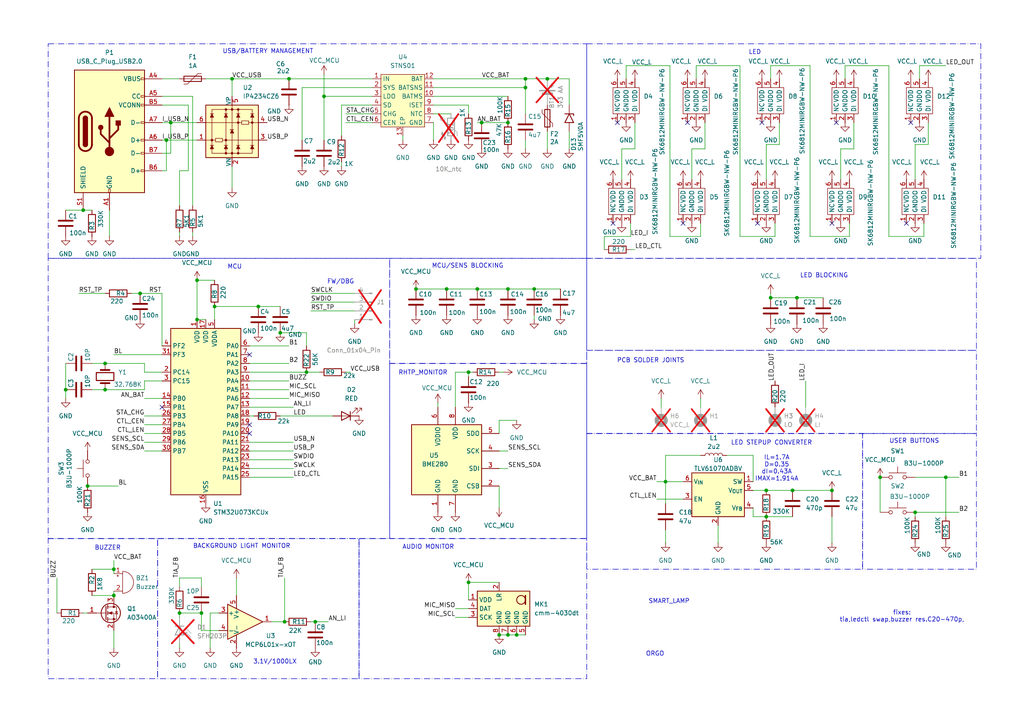
<source format=kicad_sch>
(kicad_sch (version 20250114) (generator "eeschema") (generator_version "9.0")
  (paper "A4")
  (rectangle (start 113.03 74.93) (end 170.18 105.41) (stroke (width 0) (type dash_dot)))
  (rectangle (start 45.72 156.21) (end 104.14 196.85) (stroke (width 0) (type dash_dot)))
  (rectangle (start 170.18 12.7) (end 284.48 74.93) (stroke (width 0) (type dash_dot)))
  (rectangle (start 13.97 12.7) (end 170.18 74.93) (stroke (width 0) (type dash_dot)))
  (rectangle (start 104.14 156.21) (end 170.18 196.85) (stroke (width 0) (type dash_dot)))
  (rectangle (start 170.18 74.93) (end 283.21 101.6) (stroke (width 0) (type dash_dot)))
  (rectangle (start 170.18 101.6) (end 283.21 125.73) (stroke (width 0) (type dash_dot)))
  (rectangle (start 113.03 105.41) (end 170.18 156.21) (stroke (width 0) (type dash_dot)))
  (rectangle (start 250.19 125.73) (end 283.21 165.1) (stroke (width 0) (type dash_dot)))
  (rectangle (start 13.97 156.21) (end 45.72 196.85) (stroke (width 0) (type dash_dot)))
  (rectangle (start 170.18 125.73) (end 250.19 165.1) (stroke (width 0) (type dash_dot)))
  (rectangle (start 13.97 74.93) (end 113.03 156.21) (stroke (width 0) (type dash_dot)))
  (text "USER BUTTONS" (at 265.176 128.016 0) (effects (font (size 1.27 1.27))))
  (text "PCB SOLDER JOINTS\n" (at 188.722 104.648 0) (effects (font (size 1.27 1.27))))
  (text "BACKGROUND LIGHT MONITOR\n" (at 70.104 158.496 0) (effects (font (size 1.27 1.27))))
  (text "FW/DBG" (at 98.806 81.788 0) (effects (font (size 1.27 1.27))))
  (text "AUDIO MONITOR" (at 124.206 158.75 0) (effects (font (size 1.27 1.27))))
  (text "ORGO" (at 189.992 189.738 0) (effects (font (size 1.27 1.27))))
  (text "fixes:\ntia,ledctl swap,buzzer res.C20-470p," (at 261.62 178.816 0) (effects (font (size 1.27 1.27))))
  (text "BUZZER" (at 31.242 159.004 0) (effects (font (size 1.27 1.27))))
  (text "SMART_LAMP" (at 194.056 174.498 0) (effects (font (size 1.27 1.27))))
  (text "3.1V/1000LX" (at 79.756 192.024 0) (effects (font (size 1.27 1.27))))
  (text "MCU" (at 68.072 77.47 0) (effects (font (size 1.27 1.27))))
  (text "RHTP_MONITOR" (at 122.682 108.204 0) (effects (font (size 1.27 1.27))))
  (text "IL=1.7A\nD=0.35\ndI=0.43A\nIMAX=1.914A" (at 225.298 135.89 0) (effects (font (size 1.27 1.27))))
  (text "MCU/SENS BLOCKING" (at 135.636 77.216 0) (effects (font (size 1.27 1.27))))
  (text "LED BLOCKING" (at 239.014 80.01 0) (effects (font (size 1.27 1.27))))
  (text "LED STEPUP CONVERTER" (at 223.774 128.524 0) (effects (font (size 1.27 1.27))))
  (text "LED" (at 218.948 15.24 0) (effects (font (size 1.27 1.27))))
  (text "USB/BATTERY MANAGEMENT" (at 77.724 14.986 0) (effects (font (size 1.27 1.27))))
  (junction (at 93.98 27.94))
  (junction (at 49.53 35.56))
  (junction (at 57.15 81.28))
  (junction (at 149.86 184.15))
  (junction (at 274.32 138.43))
  (junction (at 193.04 139.7))
  (junction (at 88.9 107.95))
  (junction (at 147.32 83.82))
  (junction (at 129.54 83.82))
  (junction (at 40.64 85.09))
  (junction (at 222.25 142.24))
  (junction (at 120.65 83.82))
  (junction (at 62.23 88.9))
  (junction (at 81.28 96.52))
  (junction (at 25.4 140.97))
  (junction (at 147.32 35.56))
  (junction (at 223.52 86.36))
  (junction (at 19.05 113.03))
  (junction (at 74.93 88.9))
  (junction (at 58.42 177.8))
  (junction (at 57.15 92.71))
  (junction (at 229.87 142.24))
  (junction (at 91.44 180.34))
  (junction (at 152.4 25.4))
  (junction (at 24.13 60.96))
  (junction (at 135.89 168.91))
  (junction (at 144.78 184.15))
  (junction (at 222.25 149.86))
  (junction (at 135.89 107.95))
  (junction (at 241.3 142.24))
  (junction (at 138.43 83.82))
  (junction (at 154.94 83.82))
  (junction (at 33.02 165.1))
  (junction (at 33.02 172.72))
  (junction (at 152.4 22.86))
  (junction (at 48.26 40.64))
  (junction (at 231.14 86.36))
  (junction (at 52.07 177.8))
  (junction (at 82.55 180.34))
  (junction (at 255.27 138.43))
  (junction (at 158.75 22.86))
  (junction (at 30.48 113.03))
  (junction (at 83.82 22.86))
  (junction (at 147.32 184.15))
  (junction (at 139.7 35.56))
  (junction (at 30.48 105.41))
  (junction (at 265.43 148.59))
  (junction (at 67.31 22.86))
  (no_connect (at 262.89 64.77))
  (no_connect (at 199.39 35.56))
  (no_connect (at 219.71 64.77))
  (no_connect (at 72.39 123.19))
  (no_connect (at 179.07 35.56))
  (no_connect (at 177.8 64.77))
  (no_connect (at 198.12 64.77))
  (no_connect (at 72.39 102.87))
  (no_connect (at 264.16 35.56))
  (no_connect (at 241.3 64.77))
  (no_connect (at 46.99 118.11))
  (no_connect (at 242.57 35.56))
  (no_connect (at 72.39 125.73))
  (no_connect (at 220.98 35.56))
  (wire (pts (xy 81.28 120.65) (xy 96.52 120.65)))
  (wire (pts (xy 165.1 30.48) (xy 165.1 22.86)))
  (wire (pts (xy 72.39 128.27) (xy 85.09 128.27)))
  (wire (pts (xy 26.67 105.41) (xy 30.48 105.41)))
  (wire (pts (xy 181.61 22.86) (xy 181.61 19.05)))
  (wire (pts (xy 214.63 19.05) (xy 214.63 68.58)))
  (wire (pts (xy 137.16 107.95) (xy 135.89 107.95)))
  (wire (pts (xy 257.81 68.58) (xy 267.97 68.58)))
  (wire (pts (xy 147.32 184.15) (xy 149.86 184.15)))
  (wire (pts (xy 269.24 41.91) (xy 269.24 35.56)))
  (wire (pts (xy 146.05 107.95) (xy 144.78 107.95)))
  (wire (pts (xy 218.44 147.32) (xy 218.44 149.86)))
  (wire (pts (xy 214.63 68.58) (xy 224.79 68.58)))
  (wire (pts (xy 241.3 149.86) (xy 241.3 157.48)))
  (wire (pts (xy 147.32 83.82) (xy 154.94 83.82)))
  (wire (pts (xy 218.44 132.08) (xy 218.44 139.7)))
  (wire (pts (xy 72.39 138.43) (xy 85.09 138.43)))
  (wire (pts (xy 46.99 40.64) (xy 48.26 40.64)))
  (wire (pts (xy 99.06 39.37) (xy 99.06 30.48)))
  (wire (pts (xy 154.94 83.82) (xy 162.56 83.82)))
  (wire (pts (xy 72.39 100.33) (xy 83.82 100.33)))
  (wire (pts (xy 52.07 187.96) (xy 52.07 186.69)))
  (wire (pts (xy 265.43 138.43) (xy 274.32 138.43)))
  (wire (pts (xy 125.73 22.86) (xy 152.4 22.86)))
  (wire (pts (xy 57.15 81.28) (xy 57.15 92.71)))
  (wire (pts (xy 152.4 22.86) (xy 158.75 22.86)))
  (wire (pts (xy 138.43 35.56) (xy 139.7 35.56)))
  (wire (pts (xy 266.7 19.05) (xy 274.32 19.05)))
  (wire (pts (xy 218.44 149.86) (xy 222.25 149.86)))
  (wire (pts (xy 54.61 30.48) (xy 46.99 30.48)))
  (wire (pts (xy 190.5 139.7) (xy 193.04 139.7)))
  (wire (pts (xy 152.4 25.4) (xy 152.4 33.02)))
  (wire (pts (xy 194.31 68.58) (xy 203.2 68.58)))
  (wire (pts (xy 120.65 83.82) (xy 129.54 83.82)))
  (wire (pts (xy 99.06 30.48) (xy 107.95 30.48)))
  (wire (pts (xy 72.39 130.81) (xy 85.09 130.81)))
  (wire (pts (xy 222.25 41.91) (xy 226.06 41.91)))
  (wire (pts (xy 223.52 19.05) (xy 234.95 19.05)))
  (wire (pts (xy 93.98 27.94) (xy 107.95 27.94)))
  (wire (pts (xy 59.69 22.86) (xy 67.31 22.86)))
  (wire (pts (xy 200.66 43.18) (xy 204.47 43.18)))
  (wire (pts (xy 193.04 146.05) (xy 193.04 139.7)))
  (wire (pts (xy 193.04 139.7) (xy 198.12 139.7)))
  (wire (pts (xy 182.88 64.77) (xy 182.88 68.58)))
  (wire (pts (xy 210.82 132.08) (xy 218.44 132.08)))
  (wire (pts (xy 125.73 35.56) (xy 125.73 40.64)))
  (wire (pts (xy 26.67 165.1) (xy 33.02 165.1)))
  (wire (pts (xy 19.05 105.41) (xy 19.05 113.03)))
  (wire (pts (xy 22.86 85.09) (xy 30.48 85.09)))
  (wire (pts (xy 132.08 118.11) (xy 132.08 107.95)))
  (wire (pts (xy 30.48 113.03) (xy 41.91 113.03)))
  (wire (pts (xy 41.91 115.57) (xy 46.99 115.57)))
  (wire (pts (xy 93.98 40.64) (xy 93.98 27.94)))
  (wire (pts (xy 165.1 43.18) (xy 165.1 38.1)))
  (wire (pts (xy 223.52 85.09) (xy 223.52 86.36)))
  (wire (pts (xy 52.07 179.07) (xy 52.07 177.8)))
  (wire (pts (xy 243.84 43.18) (xy 247.65 43.18)))
  (wire (pts (xy 125.73 25.4) (xy 152.4 25.4)))
  (wire (pts (xy 203.2 115.57) (xy 203.2 118.11)))
  (wire (pts (xy 132.08 176.53) (xy 135.89 176.53)))
  (wire (pts (xy 224.79 68.58) (xy 224.79 64.77)))
  (wire (pts (xy 135.89 30.48) (xy 135.89 33.02)))
  (wire (pts (xy 127 118.11) (xy 127 116.84)))
  (wire (pts (xy 72.39 110.49) (xy 83.82 110.49)))
  (wire (pts (xy 246.38 68.58) (xy 246.38 64.77)))
  (wire (pts (xy 222.25 149.86) (xy 229.87 149.86)))
  (wire (pts (xy 90.17 90.17) (xy 102.87 90.17)))
  (wire (pts (xy 201.93 22.86) (xy 201.93 19.05)))
  (wire (pts (xy 152.4 22.86) (xy 152.4 25.4)))
  (wire (pts (xy 60.96 177.8) (xy 63.5 177.8)))
  (wire (pts (xy 16.51 167.64) (xy 16.51 177.8)))
  (wire (pts (xy 125.73 27.94) (xy 147.32 27.94)))
  (wire (pts (xy 191.77 115.57) (xy 191.77 118.11)))
  (wire (pts (xy 62.23 88.9) (xy 62.23 92.71)))
  (wire (pts (xy 19.05 60.96) (xy 24.13 60.96)))
  (wire (pts (xy 82.55 167.64) (xy 82.55 180.34)))
  (wire (pts (xy 52.07 177.8) (xy 58.42 177.8)))
  (wire (pts (xy 245.11 19.05) (xy 245.11 22.86)))
  (wire (pts (xy 33.02 162.56) (xy 33.02 165.1)))
  (wire (pts (xy 100.33 33.02) (xy 107.95 33.02)))
  (wire (pts (xy 85.09 135.89) (xy 72.39 135.89)))
  (wire (pts (xy 144.78 135.89) (xy 147.32 135.89)))
  (wire (pts (xy 125.73 33.02) (xy 130.81 33.02)))
  (wire (pts (xy 46.99 49.53) (xy 48.26 49.53)))
  (wire (pts (xy 265.43 41.91) (xy 269.24 41.91)))
  (wire (pts (xy 265.43 148.59) (xy 278.13 148.59)))
  (wire (pts (xy 49.53 35.56) (xy 49.53 44.45)))
  (wire (pts (xy 255.27 138.43) (xy 255.27 148.59)))
  (wire (pts (xy 193.04 132.08) (xy 203.2 132.08)))
  (wire (pts (xy 267.97 68.58) (xy 267.97 64.77)))
  (wire (pts (xy 74.93 88.9) (xy 81.28 88.9)))
  (wire (pts (xy 138.43 83.82) (xy 147.32 83.82)))
  (wire (pts (xy 48.26 40.64) (xy 57.15 40.64)))
  (wire (pts (xy 257.81 19.05) (xy 257.81 68.58)))
  (wire (pts (xy 90.17 85.09) (xy 102.87 85.09)))
  (wire (pts (xy 68.58 167.64) (xy 68.58 172.72)))
  (wire (pts (xy 46.99 85.09) (xy 40.64 85.09)))
  (wire (pts (xy 194.31 19.05) (xy 194.31 68.58)))
  (wire (pts (xy 90.17 87.63) (xy 102.87 87.63)))
  (wire (pts (xy 266.7 22.86) (xy 266.7 19.05)))
  (wire (pts (xy 25.4 140.97) (xy 34.29 140.97)))
  (wire (pts (xy 116.84 40.64) (xy 116.84 39.37)))
  (wire (pts (xy 203.2 68.58) (xy 203.2 64.77)))
  (wire (pts (xy 24.13 60.96) (xy 26.67 60.96)))
  (wire (pts (xy 181.61 19.05) (xy 194.31 19.05)))
  (wire (pts (xy 33.02 171.45) (xy 33.02 172.72)))
  (wire (pts (xy 52.07 167.64) (xy 52.07 170.18)))
  (wire (pts (xy 144.78 147.32) (xy 144.78 140.97)))
  (wire (pts (xy 40.64 85.09) (xy 38.1 85.09)))
  (wire (pts (xy 231.14 86.36) (xy 238.76 86.36)))
  (wire (pts (xy 46.99 27.94) (xy 55.88 27.94)))
  (wire (pts (xy 204.47 43.18) (xy 204.47 35.56)))
  (wire (pts (xy 149.86 121.92) (xy 144.78 121.92)))
  (wire (pts (xy 234.95 68.58) (xy 246.38 68.58)))
  (wire (pts (xy 144.78 130.81) (xy 147.32 130.81)))
  (wire (pts (xy 72.39 113.03) (xy 83.82 113.03)))
  (wire (pts (xy 226.06 41.91) (xy 226.06 35.56)))
  (wire (pts (xy 31.75 60.96) (xy 31.75 68.58)))
  (wire (pts (xy 125.73 30.48) (xy 135.89 30.48)))
  (wire (pts (xy 229.87 142.24) (xy 241.3 142.24)))
  (wire (pts (xy 87.63 25.4) (xy 87.63 40.64)))
  (wire (pts (xy 223.52 86.36) (xy 231.14 86.36)))
  (wire (pts (xy 152.4 43.18) (xy 152.4 40.64)))
  (wire (pts (xy 52.07 167.64) (xy 58.42 167.64)))
  (wire (pts (xy 26.67 172.72) (xy 33.02 172.72)))
  (wire (pts (xy 165.1 22.86) (xy 158.75 22.86)))
  (wire (pts (xy 175.26 72.39) (xy 175.26 68.58)))
  (wire (pts (xy 135.89 168.91) (xy 144.78 168.91)))
  (wire (pts (xy 48.26 49.53) (xy 48.26 40.64)))
  (wire (pts (xy 57.15 81.28) (xy 62.23 81.28)))
  (wire (pts (xy 139.7 35.56) (xy 147.32 35.56)))
  (wire (pts (xy 135.89 109.22) (xy 135.89 107.95)))
  (wire (pts (xy 193.04 139.7) (xy 193.04 132.08)))
  (wire (pts (xy 247.65 43.18) (xy 247.65 35.56)))
  (wire (pts (xy 99.06 48.26) (xy 99.06 46.99)))
  (wire (pts (xy 57.15 92.71) (xy 59.69 92.71)))
  (wire (pts (xy 41.91 107.95) (xy 41.91 105.41)))
  (wire (pts (xy 46.99 44.45) (xy 49.53 44.45)))
  (wire (pts (xy 46.99 100.33) (xy 46.99 85.09)))
  (wire (pts (xy 67.31 22.86) (xy 67.31 27.94)))
  (wire (pts (xy 201.93 19.05) (xy 214.63 19.05)))
  (wire (pts (xy 180.34 43.18) (xy 184.15 43.18)))
  (wire (pts (xy 62.23 88.9) (xy 74.93 88.9)))
  (wire (pts (xy 100.33 35.56) (xy 107.95 35.56)))
  (wire (pts (xy 33.02 182.88) (xy 33.02 187.96)))
  (wire (pts (xy 265.43 41.91) (xy 265.43 52.07)))
  (wire (pts (xy 30.48 105.41) (xy 41.91 105.41)))
  (wire (pts (xy 67.31 48.26) (xy 67.31 54.61)))
  (wire (pts (xy 52.07 49.53) (xy 52.07 59.69)))
  (wire (pts (xy 132.08 179.07) (xy 135.89 179.07)))
  (wire (pts (xy 83.82 105.41) (xy 72.39 105.41)))
  (wire (pts (xy 193.04 153.67) (xy 193.04 157.48)))
  (wire (pts (xy 102.87 92.71) (xy 102.87 93.98)))
  (wire (pts (xy 58.42 167.64) (xy 58.42 170.18)))
  (wire (pts (xy 149.86 184.15) (xy 152.4 184.15)))
  (wire (pts (xy 26.67 113.03) (xy 30.48 113.03)))
  (wire (pts (xy 100.33 107.95) (xy 101.6 107.95)))
  (wire (pts (xy 88.9 100.33) (xy 88.9 96.52)))
  (wire (pts (xy 72.39 107.95) (xy 88.9 107.95)))
  (wire (pts (xy 184.15 72.39) (xy 182.88 72.39)))
  (wire (pts (xy 46.99 107.95) (xy 41.91 107.95)))
  (wire (pts (xy 55.88 27.94) (xy 55.88 59.69)))
  (wire (pts (xy 218.44 142.24) (xy 222.25 142.24)))
  (wire (pts (xy 144.78 184.15) (xy 147.32 184.15)))
  (wire (pts (xy 88.9 107.95) (xy 92.71 107.95)))
  (wire (pts (xy 158.75 38.1) (xy 158.75 43.18)))
  (wire (pts (xy 41.91 113.03) (xy 41.91 110.49)))
  (wire (pts (xy 85.09 133.35) (xy 72.39 133.35)))
  (wire (pts (xy 19.05 113.03) (xy 19.05 115.57)))
  (wire (pts (xy 78.74 180.34) (xy 82.55 180.34)))
  (wire (pts (xy 200.66 43.18) (xy 200.66 52.07)))
  (wire (pts (xy 107.95 25.4) (xy 87.63 25.4)))
  (wire (pts (xy 274.32 138.43) (xy 278.13 138.43)))
  (wire (pts (xy 58.42 182.88) (xy 58.42 177.8)))
  (wire (pts (xy 41.91 110.49) (xy 46.99 110.49)))
  (wire (pts (xy 54.61 49.53) (xy 54.61 30.48)))
  (wire (pts (xy 265.43 149.86) (xy 265.43 148.59)))
  (wire (pts (xy 208.28 157.48) (xy 208.28 152.4)))
  (wire (pts (xy 83.82 22.86) (xy 107.95 22.86)))
  (wire (pts (xy 144.78 121.92) (xy 144.78 125.73)))
  (wire (pts (xy 72.39 118.11) (xy 85.09 118.11)))
  (wire (pts (xy 90.17 180.34) (xy 91.44 180.34)))
  (wire (pts (xy 154.94 91.44) (xy 154.94 92.71)))
  (wire (pts (xy 54.61 49.53) (xy 52.07 49.53)))
  (wire (pts (xy 46.99 22.86) (xy 52.07 22.86)))
  (wire (pts (xy 41.91 120.65) (xy 46.99 120.65)))
  (wire (pts (xy 52.07 67.31) (xy 52.07 68.58)))
  (wire (pts (xy 41.91 123.19) (xy 46.99 123.19)))
  (wire (pts (xy 233.68 110.49) (xy 233.68 118.11)))
  (wire (pts (xy 72.39 115.57) (xy 83.82 115.57)))
  (wire (pts (xy 190.5 144.78) (xy 198.12 144.78)))
  (wire (pts (xy 222.25 41.91) (xy 222.25 52.07)))
  (wire (pts (xy 88.9 96.52) (xy 81.28 96.52)))
  (wire (pts (xy 175.26 68.58) (xy 182.88 68.58)))
  (wire (pts (xy 234.95 19.05) (xy 234.95 68.58)))
  (wire (pts (xy 60.96 187.96) (xy 60.96 177.8)))
  (wire (pts (xy 180.34 43.18) (xy 180.34 52.07)))
  (wire (pts (xy 41.91 125.73) (xy 46.99 125.73)))
  (wire (pts (xy 245.11 19.05) (xy 257.81 19.05)))
  (wire (pts (xy 33.02 165.1) (xy 33.02 166.37)))
  (wire (pts (xy 41.91 128.27) (xy 46.99 128.27)))
  (wire (pts (xy 24.13 177.8) (xy 25.4 177.8)))
  (wire (pts (xy 63.5 182.88) (xy 58.42 182.88)))
  (wire (pts (xy 72.39 120.65) (xy 73.66 120.65)))
  (wire (pts (xy 223.52 22.86) (xy 223.52 19.05)))
  (wire (pts (xy 91.44 180.34) (xy 95.25 180.34)))
  (wire (pts (xy 132.08 107.95) (xy 135.89 107.95)))
  (wire (pts (xy 41.91 130.81) (xy 46.99 130.81)))
  (wire (pts (xy 33.02 102.87) (xy 46.99 102.87)))
  (wire (pts (xy 67.31 22.86) (xy 83.82 22.86)))
  (wire (pts (xy 46.99 35.56) (xy 49.53 35.56)))
  (wire (pts (xy 274.32 138.43) (xy 274.32 149.86)))
  (wire (pts (xy 243.84 43.18) (xy 243.84 52.07)))
  (wire (pts (xy 184.15 35.56) (xy 184.15 43.18)))
  (wire (pts (xy 135.89 168.91) (xy 135.89 173.99)))
  (wire (pts (xy 55.88 68.58) (xy 55.88 67.31)))
  (wire (pts (xy 49.53 35.56) (xy 57.15 35.56)))
  (wire (pts (xy 129.54 83.82) (xy 138.43 83.82)))
  (wire (pts (xy 222.25 142.24) (xy 229.87 142.24)))
  (wire (pts (xy 93.98 21.59) (xy 93.98 27.94)))
  (label "USB_P" (at 77.47 40.64 0))
  (label "TIA_FB" (at 52.07 167.64 90))
  (label "SWCLK" (at 90.17 85.09 0))
  (label "MIC_MISO" (at 132.08 176.53 180))
  (label "VCC_USB" (at 67.31 22.86 0))
  (label "B1" (at 278.13 138.43 0))
  (label "CTL_CEN" (at 41.91 123.19 180))
  (label "SENS_SDA" (at 147.32 135.89 0))
  (label "SWDIO" (at 85.09 133.35 0))
  (label "MIC_MISO" (at 83.82 115.57 0))
  (label "MIC_SCL" (at 132.08 179.07 180))
  (label "LED_I" (at 233.68 110.49 90))
  (label "LED_I" (at 182.88 68.58 0))
  (label "BUZZ" (at 83.82 110.49 0))
  (label "BL" (at 33.02 102.87 0))
  (label "TIA_FB" (at 82.55 167.64 90))
  (label "LED_CTL" (at 184.15 72.39 0))
  (label "AN_BAT" (at 41.91 115.57 180))
  (label "AN_LI" (at 95.25 180.34 0))
  (label "B1" (at 83.82 100.33 0))
  (label "SENS_SCL" (at 147.32 130.81 0))
  (label "RST_TP" (at 22.86 85.09 0))
  (label "CTL_CEN" (at 100.33 35.56 0))
  (label "CTL_LEN" (at 41.91 125.73 180))
  (label "RST" (at 43.18 85.09 0))
  (label "SWCLK" (at 85.09 135.89 0))
  (label "USB_N" (at 77.47 35.56 0))
  (label "MIC_SCL" (at 83.82 113.03 0))
  (label "BL" (at 34.29 140.97 0))
  (label "AN_LI" (at 85.09 118.11 0))
  (label "BUZZ" (at 16.51 167.64 90))
  (label "VCC_BAT" (at 139.7 22.86 0))
  (label "LED_OUT" (at 274.32 19.05 0))
  (label "I_USB_N" (at 46.99 35.56 0))
  (label "VCC_BAT" (at 33.02 162.56 0))
  (label "LED_CTL" (at 85.09 138.43 0))
  (label "STA_CHG" (at 41.91 120.65 180))
  (label "STA_CHG" (at 100.33 33.02 0))
  (label "B2" (at 278.13 148.59 0))
  (label "USB_N" (at 85.09 128.27 0))
  (label "RST_TP" (at 90.17 90.17 0))
  (label "LED" (at 85.09 120.65 0))
  (label "I_USB_P" (at 46.99 40.64 0))
  (label "CTL_LEN" (at 190.5 144.78 180))
  (label "LED_OUT" (at 224.79 110.49 90))
  (label "VCC_USB" (at 101.6 107.95 0))
  (label "B2" (at 83.82 105.41 0))
  (label "SWDIO" (at 90.17 87.63 0))
  (label "USB_P" (at 85.09 130.81 0))
  (label "SENS_SCL" (at 41.91 128.27 180))
  (label "VCC_BAT" (at 190.5 139.7 180))
  (label "SENS_SDA" (at 41.91 130.81 180))
  (label "AN_BAT" (at 138.43 35.56 0))
  (symbol (lib_id "Power_Protection:IP4234CZ6") (at 67.31 38.1 0) (unit 1)
    (property "Reference" "U2" (at 70.4281 25.4 0) (effects (justify left)))
    (property "Value" "IP4234CZ6" (at 70.4281 27.94 0) (effects (justify left)))
    (property "Footprint" "Package_TO_SOT_SMD:SC-74-6_1.55x2.9mm_P0.95mm" (effects (hide yes)))
    (property "Datasheet" "https://assets.nexperia.com/documents/data-sheet/IP4234CZ6.pdf" (effects (hide yes)))
    (property "Description" "ESD Protection, 2 channel, USB 2.0 to IEC 61000-4-2 level 4, 5.5V, SOT457 (SC-74-6)" (effects (hide yes)))
    (property "MPN" "IP4234CZ6,125" (effects (hide yes)))
    (property "PRICE" "0.3" (effects (hide yes)))
    (property "LCSC" "C455086" (effects (hide yes)))
  )
  (symbol (lib_id "power:GND") (at 26.67 68.58 0) (unit 1)
    (property "Reference" "#PWR04" (effects (hide yes)))
    (property "Value" "GND" (at 26.67 73.66 0))
    (property "Description" "Power symbol creates a global label with name \"GND\" , ground" (effects (hide yes)))
  )
  (symbol (lib_id "Sensor:BME280") (at 129.54 133.35 0) (unit 1)
    (property "Reference" "U5" (at 127.254 132.08 0) (effects (justify right)))
    (property "Value" "BME280" (at 130.048 134.62 0) (effects (justify right)))
    (property "Footprint" "Package_LGA:Bosch_LGA-8_2.5x2.5mm_P0.65mm_ClockwisePinNumbering" (effects (hide yes)))
    (property "Datasheet" "https://www.bosch-sensortec.com/media/boschsensortec/downloads/datasheets/bst-bme280-ds002.pdf" (effects (hide yes)))
    (property "Description" "3-in-1 sensor, humidity, pressure, temperature, I2C and SPI interface, 1.71-3.6V, LGA-8" (effects (hide yes)))
    (property "MPN" "BME280" (effects (hide yes)))
    (property "PRICE" "2.7" (effects (hide yes)))
    (property "LCSC" "C92489" (effects (hide yes)))
  )
  (symbol (lib_id "power:GND") (at 125.73 40.64 0) (unit 1)
    (property "Reference" "#PWR027" (effects (hide yes)))
    (property "Value" "GND" (at 125.73 45.72 0))
    (property "Description" "Power symbol creates a global label with name \"GND\" , ground" (effects (hide yes)))
  )
  (symbol (lib_id "Device:R") (at 179.07 72.39 270) (unit 1)
    (property "Reference" "R17" (at 181.356 72.39 90) (effects (justify right)))
    (property "Value" "220" (at 181.356 70.104 90) (effects (justify right)))
    (property "Footprint" "Resistor_SMD:R_0603_1608Metric" (effects (hide yes)))
    (property "Datasheet" "https://www.lcsc.com/datasheet/C107696.pdf" (effects (hide yes)))
    (property "Description" "Resistor" (effects (hide yes)))
    (property "MPN" "RC0603FR-07220RL" (effects (hide yes)))
    (property "PRICE" "0.001" (effects (hide yes)))
    (property "LCSC" "C107696" (effects (hide yes)))
    (property "VER" "1" (effects (hide yes)))
  )
  (symbol (lib_id "Semiconductors:MountingHole_Pad_MP") (at 203.2 120.65 180) (unit 1) (in_bom no) (dnp yes)
    (property "Reference" "H1" (at 205.74 120.6499 0) (effects (justify right)))
    (property "Value" "VCC_L" (effects (hide yes)))
    (property "Footprint" "semiconductors:TestPoint_Pad_2.5x2.5mm" (effects (hide yes)))
    (property "Description" "Mounting Hole with connection as pad named MP" (effects (hide yes)))
    (property "LCSC" "-" (effects (hide yes)))
  )
  (symbol (lib_id "Semiconductors:SK6812MINIRGBW") (at 265.43 58.42 90) (unit 1)
    (property "Reference" "D11" (at 270.51 57.1499 90) (effects (justify right)))
    (property "Value" "SK6812MINIRGBW-NW-P6" (at 276.606 46.99 0) (effects (justify right)))
    (property "Footprint" "LED_SMD:LED_RGB_PLCC-6" (effects (hide yes)))
    (property "Datasheet" "https://www.lcsc.com/datasheet/C7423107.pdf" (effects (hide yes)))
    (property "LCSC" "C7423107" (effects (hide yes)))
    (property "MPN" "SK6812MINIRGBW-NW-P6" (effects (hide yes)))
    (property "PRICE" "0.09" (effects (hide yes)))
    (property "VER" "1" (effects (hide yes)))
  )
  (symbol (lib_id "power:GND") (at 52.07 68.58 0) (unit 1)
    (property "Reference" "#PWR0101" (effects (hide yes)))
    (property "Value" "GND" (at 52.07 73.66 0))
    (property "Description" "Power symbol creates a global label with name \"GND\" , ground" (effects (hide yes)))
  )
  (symbol (lib_id "Device:R") (at 147.32 31.75 180) (unit 1)
    (property "Reference" "R15" (at 147.32 34.036 90) (effects (justify right)))
    (property "Value" "100K" (at 145.034 33.02 90) (effects (justify right)))
    (property "Footprint" "Resistor_SMD:R_0603_1608Metric" (effects (hide yes)))
    (property "Datasheet" "https://www.lcsc.com/datasheet/C14675.pdf" (effects (hide yes)))
    (property "Description" "Resistor" (effects (hide yes)))
    (property "MPN" "RC0603FR-07100KL" (effects (hide yes)))
    (property "PRICE" "0.001" (effects (hide yes)))
    (property "LCSC" "C14675" (effects (hide yes)))
  )
  (symbol (lib_id "Device:R") (at 26.67 64.77 180) (unit 1)
    (property "Reference" "R3" (at 26.67 66.802 90) (effects (justify right)))
    (property "Value" "330K" (at 29.21 66.04 90) (effects (justify right)))
    (property "Footprint" "Resistor_SMD:R_0603_1608Metric" (effects (hide yes)))
    (property "Datasheet" "https://www.lcsc.com/datasheet/C114618.pdf" (effects (hide yes)))
    (property "Description" "Resistor" (effects (hide yes)))
    (property "MPN" "RC0603FR-07330KL" (effects (hide yes)))
    (property "PRICE" "0.002" (effects (hide yes)))
    (property "LCSC" "C114618" (effects (hide yes)))
  )
  (symbol (lib_id "Device:C") (at 87.63 44.45 0) (unit 1)
    (property "Reference" "C7" (at 88.138 40.894 0) (effects (justify left)))
    (property "Value" "2u2" (at 87.884 46.736 0) (effects (justify left)))
    (property "Footprint" "Capacitor_SMD:C_0603_1608Metric" (effects (hide yes)))
    (property "Datasheet" "https://www.lcsc.com/datasheet/C1607.pdf" (effects (hide yes)))
    (property "Description" "Unpolarized capacitor" (effects (hide yes)))
    (property "MPN" "CL10A225KP8NNNC" (effects (hide yes)))
    (property "PRICE" "0.0054" (effects (hide yes)))
    (property "LCSC" "C1607" (effects (hide yes)))
  )
  (symbol (lib_id "power:GND") (at 135.89 40.64 0) (unit 1)
    (property "Reference" "#PWR034" (effects (hide yes)))
    (property "Value" "GND" (at 135.89 45.72 0))
    (property "Description" "Power symbol creates a global label with name \"GND\" , ground" (effects (hide yes)))
  )
  (symbol (lib_id "power:+1V0") (at 255.27 138.43 0) (unit 1)
    (property "Reference" "#PWR082" (effects (hide yes)))
    (property "Value" "VCC_MCU" (at 255.27 133.35 0))
    (property "Description" "Power symbol creates a global label with name \"+1V0\"" (effects (hide yes)))
  )
  (symbol (lib_id "power:GND") (at 83.82 30.48 0) (unit 1)
    (property "Reference" "#PWR017" (effects (hide yes)))
    (property "Value" "GND" (at 79.502 32.258 0))
    (property "Description" "Power symbol creates a global label with name \"GND\" , ground" (effects (hide yes)))
  )
  (symbol (lib_id "power:GND") (at 19.05 115.57 0) (unit 1)
    (property "Reference" "#PWR02" (effects (hide yes)))
    (property "Value" "GND" (at 19.05 120.65 0))
    (property "Description" "Power symbol creates a global label with name \"GND\" , ground" (effects (hide yes)))
  )
  (symbol (lib_id "Device:R") (at 52.07 173.99 180) (unit 1)
    (property "Reference" "R6" (at 52.07 176.276 90) (effects (justify right)))
    (property "Value" "330K" (at 49.784 175.26 90) (effects (justify right)))
    (property "Footprint" "Resistor_SMD:R_0603_1608Metric" (effects (hide yes)))
    (property "Datasheet" "https://www.lcsc.com/datasheet/C114618.pdf" (effects (hide yes)))
    (property "Description" "Resistor" (effects (hide yes)))
    (property "MPN" "RC0603FR-07330KL" (effects (hide yes)))
    (property "PRICE" "0.002" (effects (hide yes)))
    (property "LCSC" "C114618" (effects (hide yes)))
  )
  (symbol (lib_id "Device:C") (at 147.32 87.63 0) (unit 1)
    (property "Reference" "C14" (at 148.082 85.344 0) (effects (justify left)))
    (property "Value" "100n" (at 147.828 90.424 0) (effects (justify left)))
    (property "Footprint" "Capacitor_SMD:C_0603_1608Metric" (effects (hide yes)))
    (property "Datasheet" "https://www.lcsc.com/datasheet/C66501.pdf" (effects (hide yes)))
    (property "Description" "Unpolarized capacitor" (effects (hide yes)))
    (property "MANUFACTURER" "KEMET" (effects (hide yes)))
    (property "MPN" "CL10B104KO8NNNC" (effects (hide yes)))
    (property "PRICE" "0.006" (effects (hide yes)))
    (property "LCSC" "C66501" (effects (hide yes)))
  )
  (symbol (lib_id "power:+1V0") (at 93.98 21.59 0) (unit 1)
    (property "Reference" "#PWR020" (effects (hide yes)))
    (property "Value" "VCC_MCU" (at 89.662 17.526 0) (effects (justify left)))
    (property "Description" "Power symbol creates a global label with name \"+1V0\"" (effects (hide yes)))
  )
  (symbol (lib_id "Device:C") (at 223.52 90.17 0) (unit 1)
    (property "Reference" "C19" (at 224.536 87.884 0) (effects (justify left)))
    (property "Value" "100n" (at 224.282 93.218 0) (effects (justify left)))
    (property "Footprint" "Capacitor_SMD:C_0603_1608Metric" (effects (hide yes)))
    (property "Datasheet" "https://www.lcsc.com/datasheet/C66501.pdf" (effects (hide yes)))
    (property "Description" "Unpolarized capacitor" (effects (hide yes)))
    (property "MANUFACTURER" "KEMET" (effects (hide yes)))
    (property "MPN" "CL10B104KO8NNNC" (effects (hide yes)))
    (property "PRICE" "0.006" (effects (hide yes)))
    (property "LCSC" "C66501" (effects (hide yes)))
    (property "VER" "1" (effects (hide yes)))
  )
  (symbol (lib_id "power:GND") (at 130.81 40.64 0) (unit 1)
    (property "Reference" "#PWR032" (effects (hide yes)))
    (property "Value" "GND" (at 130.81 45.72 0))
    (property "Description" "Power symbol creates a global label with name \"GND\" , ground" (effects (hide yes)))
  )
  (symbol (lib_id "Device:R") (at 224.79 114.3 180) (unit 1)
    (property "Reference" "R20" (at 224.79 116.84 90) (effects (justify right)))
    (property "Value" "220" (at 227.076 116.84 90) (effects (justify right)))
    (property "Footprint" "Resistor_SMD:R_0603_1608Metric" (effects (hide yes)))
    (property "Datasheet" "https://www.lcsc.com/datasheet/C107696.pdf" (effects (hide yes)))
    (property "Description" "Resistor" (effects (hide yes)))
    (property "MPN" "RC0603FR-07220RL" (effects (hide yes)))
    (property "PRICE" "0.001" (effects (hide yes)))
    (property "LCSC" "C107696" (effects (hide yes)))
    (property "VER" "1" (effects (hide yes)))
  )
  (symbol (lib_id "Device:R") (at 77.47 120.65 270) (unit 1)
    (property "Reference" "R10" (at 76.708 120.65 90))
    (property "Value" "22k" (at 82.296 122.174 90))
    (property "Footprint" "Resistor_SMD:R_0603_1608Metric" (effects (hide yes)))
    (property "Datasheet" "https://www.lcsc.com/datasheet/C114065.pdf" (effects (hide yes)))
    (property "Description" "Resistor" (effects (hide yes)))
    (property "MPN" "RC0603FR-0722KL" (effects (hide yes)))
    (property "PRICE" "0.001" (effects (hide yes)))
    (property "LCSC" "C114065" (effects (hide yes)))
  )
  (symbol (lib_id "power:GND") (at 144.78 184.15 0) (unit 1)
    (property "Reference" "#PWR038" (effects (hide yes)))
    (property "Value" "GND" (at 144.78 189.23 0))
    (property "Description" "Power symbol creates a global label with name \"GND\" , ground" (effects (hide yes)))
  )
  (symbol (lib_id "power:+1V0") (at 127 116.84 0) (unit 1)
    (property "Reference" "#PWR028" (effects (hide yes)))
    (property "Value" "VCC_MCU" (at 126.746 112.522 0))
    (property "Description" "Power symbol creates a global label with name \"+1V0\"" (effects (hide yes)))
  )
  (symbol (lib_id "power:GND") (at 149.86 121.92 0) (unit 1)
    (property "Reference" "#PWR043" (effects (hide yes)))
    (property "Value" "GND" (at 149.86 127 0))
    (property "Description" "Power symbol creates a global label with name \"GND\" , ground" (effects (hide yes)))
  )
  (symbol (lib_id "power:GND") (at 231.14 93.98 0) (unit 1)
    (property "Reference" "#PWR072" (effects (hide yes)))
    (property "Value" "GND" (at 231.14 99.06 0))
    (property "Description" "Power symbol creates a global label with name \"GND\" , ground" (effects (hide yes)))
  )
  (symbol (lib_id "power:GND") (at 68.58 187.96 0) (unit 1)
    (property "Reference" "#PWR014" (effects (hide yes)))
    (property "Value" "GND" (at 68.58 193.04 0))
    (property "Description" "Power symbol creates a global label with name \"GND\" , ground" (effects (hide yes)))
  )
  (symbol (lib_id "LED:IR26-21C_L110_TR8") (at 100.33 120.65 180) (unit 1)
    (property "Reference" "D2" (at 101.9175 113.03 0))
    (property "Value" "RED" (at 101.9175 115.57 0))
    (property "Footprint" "LED_SMD:LED_0603_1608Metric" (effects (hide yes)))
    (property "Datasheet" "https://www.lcsc.com/datasheet/C5342734.pdf" (effects (hide yes)))
    (property "Description" "940nm, 20 deg, Infrared LED, 1206" (effects (hide yes)))
    (property "MPN" "APTD1608LSURCK" (effects (hide yes)))
    (property "PRICE" "0.15" (effects (hide yes)))
    (property "LCSC" "C5342734" (effects (hide yes)))
  )
  (symbol (lib_id "power:GND") (at 238.76 93.98 0) (unit 1)
    (property "Reference" "#PWR031" (effects (hide yes)))
    (property "Value" "GND" (at 238.76 99.06 0))
    (property "Description" "Power symbol creates a global label with name \"GND\" , ground" (effects (hide yes)))
  )
  (symbol (lib_id "power:+1V0") (at 191.77 115.57 0) (unit 1)
    (property "Reference" "#PWR092" (effects (hide yes)))
    (property "Value" "VCC_L" (at 191.77 110.49 0))
    (property "Description" "Power symbol creates a global label with name \"+1V0\"" (effects (hide yes)))
  )
  (symbol (lib_id "Switch:SW_Omron_B3FS") (at 260.35 148.59 0) (unit 1)
    (property "Reference" "SW2" (at 260.35 140.97 0))
    (property "Value" "B3U-1000P" (at 263.906 144.018 0))
    (property "Footprint" "Button_Switch_SMD:SW_SPST_B3U-1000P" (effects (hide yes)))
    (property "Datasheet" "https://www.lcsc.com/datasheet/C231329.pdf" (effects (hide yes)))
    (property "Description" "Omron B3FS 6x6mm single pole normally-open tactile switch" (effects (hide yes)))
    (property "MPN" "B3U-1000P" (effects (hide yes)))
    (property "PRICE" "0.114" (effects (hide yes)))
    (property "LCSC" "C231329" (effects (hide yes)))
  )
  (symbol (lib_id "Device:R") (at 20.32 177.8 270) (unit 1)
    (property "Reference" "R1" (at 22.352 177.8 90) (effects (justify right)))
    (property "Value" "220" (at 21.844 180.086 90) (effects (justify right)))
    (property "Footprint" "Resistor_SMD:R_0603_1608Metric" (effects (hide yes)))
    (property "Datasheet" "https://www.lcsc.com/datasheet/C107696.pdf" (effects (hide yes)))
    (property "Description" "Resistor" (effects (hide yes)))
    (property "MPN" "RC0603FR-07220RL" (effects (hide yes)))
    (property "PRICE" "0.001" (effects (hide yes)))
    (property "LCSC" "C107696" (effects (hide yes)))
  )
  (symbol (lib_id "power:GND") (at 138.43 91.44 0) (unit 1)
    (property "Reference" "#PWR036" (effects (hide yes)))
    (property "Value" "GND" (at 138.43 96.52 0))
    (property "Description" "Power symbol creates a global label with name \"GND\" , ground" (effects (hide yes)))
  )
  (symbol (lib_id "power:+1V0") (at 25.4 130.81 0) (unit 1)
    (property "Reference" "#PWR093" (effects (hide yes)))
    (property "Value" "VCC_MCU" (at 25.4 125.73 0))
    (property "Description" "Power symbol creates a global label with name \"+1V0\"" (effects (hide yes)))
  )
  (symbol (lib_id "power:GND") (at 274.32 157.48 0) (unit 1)
    (property "Reference" "#PWR091" (effects (hide yes)))
    (property "Value" "GND" (at 276.86 161.036 0))
    (property "Description" "Power symbol creates a global label with name \"GND\" , ground" (effects (hide yes)))
  )
  (symbol (lib_id "Device:Battery_Cell") (at 158.75 27.94 0) (unit 1) (dnp yes)
    (property "Reference" "BT1" (at 160.02 31.496 90) (effects (justify left)))
    (property "Value" "3v3 AA" (at 162.56 31.496 90) (effects (justify left)))
    (property "Footprint" "Battery:BatteryHolder_Keystone_2460_1xAA" (effects (hide yes)))
    (property "Datasheet" "https://www.mouser.sk/datasheet/3/201/1/2460.PDF" (effects (hide yes)))
    (property "Description" "Single-cell battery" (effects (hide yes)))
    (property "MANUFACTURER" "KEYSTONE" (effects (hide yes)))
    (property "MPN" "2460" (effects (hide yes)))
    (property "PRICE" "0.84" (effects (hide yes)))
    (property "LCSC" "C5370863" (effects (hide yes)))
  )
  (symbol (lib_id "Device:R") (at 55.88 63.5 180) (unit 1)
    (property "Reference" "R5" (at 55.88 65.786 90) (effects (justify right)))
    (property "Value" "5K1" (at 58.166 66.04 90) (effects (justify right)))
    (property "Footprint" "Resistor_SMD:R_0603_1608Metric" (effects (hide yes)))
    (property "Datasheet" "https://www.lcsc.com/datasheet/C105580.pdf" (effects (hide yes)))
    (property "Description" "Resistor" (effects (hide yes)))
    (property "MPN" "RC0603FR-075K1L" (effects (hide yes)))
    (property "PRICE" "0.0011" (effects (hide yes)))
    (property "LCSC" "C105580" (effects (hide yes)))
  )
  (symbol (lib_id "power:+1V0") (at 68.58 167.64 0) (unit 1)
    (property "Reference" "#PWR013" (effects (hide yes)))
    (property "Value" "VCC_MCU" (at 68.58 162.56 0))
    (property "Description" "Power symbol creates a global label with name \"+1V0\"" (effects (hide yes)))
  )
  (symbol (lib_id "Device:C") (at 129.54 87.63 0) (unit 1)
    (property "Reference" "C11" (at 130.302 85.344 0) (effects (justify left)))
    (property "Value" "100n" (at 130.048 90.678 0) (effects (justify left)))
    (property "Footprint" "Capacitor_SMD:C_0603_1608Metric" (effects (hide yes)))
    (property "Datasheet" "https://www.lcsc.com/datasheet/C66501.pdf" (effects (hide yes)))
    (property "Description" "Unpolarized capacitor" (effects (hide yes)))
    (property "MANUFACTURER" "KEMET" (effects (hide yes)))
    (property "MPN" "CL10B104KO8NNNC" (effects (hide yes)))
    (property "PRICE" "0.006" (effects (hide yes)))
    (property "LCSC" "C66501" (effects (hide yes)))
  )
  (symbol (lib_id "power:+1V0") (at 198.12 52.07 0) (unit 1)
    (property "Reference" "#PWR055" (effects (hide yes)))
    (property "Value" "VCC_L" (at 197.358 46.99 0))
    (property "Description" "Power symbol creates a global label with name \"+1V0\"" (effects (hide yes)))
  )
  (symbol (lib_id "Device:L") (at 207.01 132.08 90) (unit 1)
    (property "Reference" "L1" (at 207.01 127 90))
    (property "Value" "2u2" (at 207.01 129.54 90))
    (property "Footprint" "Inductor_SMD:L_1210_3225Metric" (effects (hide yes)))
    (property "Datasheet" "https://www.lcsc.com/datasheet/C6021483.pdf" (effects (hide yes)))
    (property "Description" "Inductor" (effects (hide yes)))
    (property "MPN" "DFE322520F-2R2M=P2" (effects (hide yes)))
    (property "PRICE" "0.5" (effects (hide yes)))
    (property "LCSC" "C6021483" (effects (hide yes)))
  )
  (symbol (lib_id "power:GND") (at 19.05 68.58 0) (unit 1)
    (property "Reference" "#PWR01" (effects (hide yes)))
    (property "Value" "GND" (at 19.05 73.66 0))
    (property "Description" "Power symbol creates a global label with name \"GND\" , ground" (effects (hide yes)))
  )
  (symbol (lib_id "power:GND") (at 33.02 187.96 0) (unit 1)
    (property "Reference" "#PWR06" (effects (hide yes)))
    (property "Value" "GND" (at 33.02 193.04 0))
    (property "Description" "Power symbol creates a global label with name \"GND\" , ground" (effects (hide yes)))
  )
  (symbol (lib_id "power:GND") (at 40.64 92.71 0) (unit 1)
    (property "Reference" "#PWR098" (effects (hide yes)))
    (property "Value" "GND" (at 38.1 92.202 0))
    (property "Description" "Power symbol creates a global label with name \"GND\" , ground" (effects (hide yes)))
  )
  (symbol (lib_id "Device:C") (at 229.87 146.05 0) (unit 1)
    (property "Reference" "C20" (at 233.68 144.7799 0) (effects (justify left)))
    (property "Value" "470p" (at 233.68 147.3199 0) (effects (justify left)))
    (property "Footprint" "Capacitor_SMD:C_0603_1608Metric" (effects (hide yes)))
    (property "Datasheet" "https://www.lcsc.com/datasheet/C66501.pdf" (effects (hide yes)))
    (property "Description" "Unpolarized capacitor" (effects (hide yes)))
    (property "MANUFACTURER" "KEMET" (effects (hide yes)))
  )
  (symbol (lib_id "Device:C") (at 19.05 64.77 0) (unit 1)
    (property "Reference" "C1" (at 19.812 62.738 0) (effects (justify left)))
    (property "Value" "100n" (at 20.066 67.564 0) (effects (justify left)))
    (property "Footprint" "Capacitor_SMD:C_0603_1608Metric" (effects (hide yes)))
    (property "Datasheet" "https://www.lcsc.com/datasheet/C66501.pdf" (effects (hide yes)))
    (property "Description" "Unpolarized capacitor" (effects (hide yes)))
    (property "MANUFACTURER" "KEMET" (effects (hide yes)))
    (property "MPN" "CL10B104KO8NNNC" (effects (hide yes)))
    (property "PRICE" "0.006" (effects (hide yes)))
    (property "LCSC" "C66501" (effects (hide yes)))
  )
  (symbol (lib_id "Semiconductors:STNS01") (at 116.84 25.4 0) (unit 1)
    (property "Reference" "U4" (at 116.84 16.51 0))
    (property "Value" "STNS01" (at 116.84 19.05 0))
    (property "Footprint" "Package_DFN_QFN:DFN-12-1EP_3x3mm_P0.45mm_EP1.65x2.38mm_ThermalVias" (effects (hide yes)))
    (property "Datasheet" "https://www.st.com/resource/en/datasheet/stns01.pdf" (effects (hide yes)))
    (property "Description" "1CELL LI BATT CHARGER WITH LDO" (effects (hide yes)))
    (property "MPN" "STNS01PUR" (effects (hide yes)))
    (property "PRICE" "2" (effects (hide yes)))
    (property "LCSC" "C2848343" (effects (hide yes)))
  )
  (symbol (lib_id "power:+1V0") (at 204.47 22.86 0) (unit 1)
    (property "Reference" "#PWR060" (effects (hide yes)))
    (property "Value" "VCC_L" (at 205.232 17.78 0))
    (property "Description" "Power symbol creates a global label with name \"+1V0\"" (effects (hide yes)))
  )
  (symbol (lib_id "power:+1V0") (at 203.2 115.57 0) (unit 1)
    (property "Reference" "#PWR065" (effects (hide yes)))
    (property "Value" "VCC_L" (at 203.2 110.49 0))
    (property "Description" "Power symbol creates a global label with name \"+1V0\"" (effects (hide yes)))
  )
  (symbol (lib_id "Diode:SMF5V0A") (at 165.1 34.29 270) (unit 1)
    (property "Reference" "D13" (at 166.37 39.878 0) (effects (justify left)))
    (property "Value" "SMF5V0A" (at 168.402 35.306 0) (effects (justify left)))
    (property "Footprint" "Diode_SMD:D_SMF" (effects (hide yes)))
    (property "Datasheet" "https://www.vishay.com/doc?85881" (effects (hide yes)))
    (property "Description" "200W unidirectional Transil Transient Voltage Suppressor, 5Vrwm, SMF" (effects (hide yes)))
    (property "LCSC" "C1972946" (effects (hide yes)))
    (property "MPN" "SMF5V0A-E3-08" (effects (hide yes)))
    (property "PRICE" "0.11" (effects (hide yes)))
  )
  (symbol (lib_id "power:+1V0") (at 184.15 22.86 0) (unit 1)
    (property "Reference" "#PWR053" (effects (hide yes)))
    (property "Value" "VCC_L" (at 186.182 18.034 0))
    (property "Description" "Power symbol creates a global label with name \"+1V0\"" (effects (hide yes)))
  )
  (symbol (lib_id "Device:C") (at 241.3 146.05 0) (unit 1)
    (property "Reference" "C22" (at 245.11 144.7799 0) (effects (justify left)))
    (property "Value" "47u" (at 245.11 147.3199 0) (effects (justify left)))
    (property "Footprint" "Capacitor_SMD:C_1206_3216Metric" (effects (hide yes)))
    (property "Datasheet" "https://www.lcsc.com/datasheet/C94034.pdf" (effects (hide yes)))
    (property "Description" "Unpolarized capacitor" (effects (hide yes)))
    (property "MPN" "  GRM31CR61A476ME15L " (effects (hide yes)))
    (property "PRICE" "0.0449" (effects (hide yes)))
    (property "LCSC" "C94034" (effects (hide yes)))
  )
  (symbol (lib_id "power:+1V0") (at 146.05 107.95 270) (unit 1)
    (property "Reference" "#PWR040" (effects (hide yes)))
    (property "Value" "VCC_MCU" (at 149.86 107.9499 90) (effects (justify left)))
    (property "Description" "Power symbol creates a global label with name \"+1V0\"" (effects (hide yes)))
  )
  (symbol (lib_id "power:GND") (at 201.93 35.56 0) (unit 1)
    (property "Reference" "#PWR058" (effects (hide yes)))
    (property "Value" "GND" (at 201.93 40.64 0))
    (property "Description" "Power symbol creates a global label with name \"GND\" , ground" (effects (hide yes)))
  )
  (symbol (lib_id "Device:C") (at 231.14 90.17 0) (unit 1)
    (property "Reference" "C21" (at 232.918 87.63 0) (effects (justify left)))
    (property "Value" "100n" (at 232.664 92.964 0) (effects (justify left)))
    (property "Footprint" "Capacitor_SMD:C_0603_1608Metric" (effects (hide yes)))
    (property "Datasheet" "https://www.lcsc.com/datasheet/C66501.pdf" (effects (hide yes)))
    (property "Description" "Unpolarized capacitor" (effects (hide yes)))
    (property "MANUFACTURER" "KEMET" (effects (hide yes)))
    (property "MPN" "CL10B104KO8NNNC" (effects (hide yes)))
    (property "PRICE" "0.006" (effects (hide yes)))
    (property "LCSC" "C66501" (effects (hide yes)))
    (property "VER" "1" (effects (hide yes)))
  )
  (symbol (lib_id "Device:R") (at 99.06 43.18 180) (unit 1)
    (property "Reference" "R12" (at 99.06 45.466 90) (effects (justify right)))
    (property "Value" "1K" (at 99.822 47.498 0) (effects (justify right)))
    (property "Footprint" "Resistor_SMD:R_0603_1608Metric" (effects (hide yes)))
    (property "Datasheet" "https://www.lcsc.com/datasheet/C107696.pdf" (effects (hide yes)))
    (property "Description" "Resistor" (effects (hide yes)))
    (property "MPN" "RC0603FR-071KL" (effects (hide yes)))
    (property "PRICE" "0.001" (effects (hide yes)))
    (property "LCSC" "C22548" (effects (hide yes)))
  )
  (symbol (lib_id "Semiconductors:SK6812MINIRGBW") (at 201.93 29.21 90) (unit 1)
    (property "Reference" "D6" (at 207.01 27.9399 90) (effects (justify right)))
    (property "Value" "SK6812MINIRGBW-NW-P6" (at 213.36 19.812 0) (effects (justify right)))
    (property "Footprint" "LED_SMD:LED_RGB_PLCC-6" (effects (hide yes)))
    (property "Datasheet" "https://www.lcsc.com/datasheet/C7423107.pdf" (effects (hide yes)))
    (property "LCSC" "C7423107" (effects (hide yes)))
    (property "MPN" "SK6812MINIRGBW-NW-P6" (effects (hide yes)))
    (property "PRICE" "0.09" (effects (hide yes)))
    (property "VER" "1" (effects (hide yes)))
  )
  (symbol (lib_id "Semiconductors:USB_C_Plug_USB2.0") (at 31.75 38.1 0) (unit 1)
    (property "Reference" "P1" (at 31.75 15.24 0))
    (property "Value" "USB_C_Plug_USB2.0" (at 31.75 17.78 0))
    (property "Footprint" "Connector_USB:USB_C_Receptacle_G-Switch_GT-USB-7051x" (effects (hide yes)))
    (property "Datasheet" "https://www.usb.org/sites/default/files/documents/usb_type-c.zip" (effects (hide yes)))
    (property "Description" "USB 2.0-only Type-C Plug connector" (effects (hide yes)))
    (property "MPN" "GT-USB-7051A" (effects (hide yes)))
    (property "PRICE" "0.35" (effects (hide yes)))
    (property "LCSC" "C2843970" (effects (hide yes)))
  )
  (symbol (lib_id "Device:R") (at 86.36 180.34 270) (unit 1)
    (property "Reference" "R11" (at 88.646 180.34 90) (effects (justify right)))
    (property "Value" "22K" (at 87.63 182.88 90) (effects (justify right)))
    (property "Footprint" "Resistor_SMD:R_0603_1608Metric" (effects (hide yes)))
    (property "Datasheet" "https://www.lcsc.com/datasheet/C114065.pdf" (effects (hide yes)))
    (property "Description" "Resistor" (effects (hide yes)))
    (property "MPN" "RC0603FR-0722KL" (effects (hide yes)))
    (property "PRICE" "0.001" (effects (hide yes)))
    (property "LCSC" "C114065" (effects (hide yes)))
  )
  (symbol (lib_id "power:GND") (at 52.07 187.96 0) (unit 1)
    (property "Reference" "#PWR08" (effects (hide yes)))
    (property "Value" "GND" (at 52.07 193.04 0))
    (property "Description" "Power symbol creates a global label with name \"GND\" , ground" (effects (hide yes)))
  )
  (symbol (lib_id "power:+1V0") (at 226.06 22.86 0) (unit 1)
    (property "Reference" "#PWR071" (effects (hide yes)))
    (property "Value" "VCC_L" (at 226.314 17.78 0))
    (property "Description" "Power symbol creates a global label with name \"+1V0\"" (effects (hide yes)))
  )
  (symbol (lib_id "Device:C") (at 22.86 113.03 90) (unit 1)
    (property "Reference" "C3" (at 20.574 112.522 0) (effects (justify left)))
    (property "Value" "10P" (at 25.4 112.522 0) (effects (justify left)))
    (property "Footprint" "Capacitor_SMD:C_0603_1608Metric" (effects (hide yes)))
    (property "Datasheet" "https://www.lcsc.com/datasheet/C1853175.pdf" (effects (hide yes)))
    (property "Description" "Unpolarized capacitor" (effects (hide yes)))
    (property "MPN" "CC0603JRNPO8BN100" (effects (hide yes)))
    (property "PRICE" "0.002" (effects (hide yes)))
    (property "LCSC" "C1853175" (effects (hide yes)))
  )
  (symbol (lib_id "power:GND") (at 59.69 146.05 0) (unit 1)
    (property "Reference" "#PWR010" (effects (hide yes)))
    (property "Value" "GND" (at 59.69 151.13 0))
    (property "Description" "Power symbol creates a global label with name \"GND\" , ground" (effects (hide yes)))
  )
  (symbol (lib_id "power:GND") (at 208.28 157.48 0) (unit 1)
    (property "Reference" "#PWR061" (effects (hide yes)))
    (property "Value" "GND" (at 208.28 162.56 0))
    (property "Description" "Power symbol creates a global label with name \"GND\" , ground" (effects (hide yes)))
  )
  (symbol (lib_id "Device:R") (at 222.25 153.67 180) (unit 1)
    (property "Reference" "R19" (at 222.25 155.956 90) (effects (justify right)))
    (property "Value" "56K" (at 223.266 157.226 0) (effects (justify right)))
    (property "Footprint" "Resistor_SMD:R_0603_1608Metric" (effects (hide yes)))
    (property "Datasheet" "https://www.lcsc.com/datasheet/C114630.pdf" (effects (hide yes)))
    (property "Description" "Resistor" (effects (hide yes)))
    (property "MPN" "RC0603FR-0756KL" (effects (hide yes)))
    (property "PRICE" "0.001" (effects (hide yes)))
    (property "LCSC" "C114630" (effects (hide yes)))
  )
  (symbol (lib_id "power:+1V0") (at 262.89 52.07 0) (unit 1)
    (property "Reference" "#PWR083" (effects (hide yes)))
    (property "Value" "VCC_L" (at 261.62 46.99 0))
    (property "Description" "Power symbol creates a global label with name \"+1V0\"" (effects (hide yes)))
  )
  (symbol (lib_id "Switch:SW_Omron_B3FS") (at 260.35 138.43 0) (unit 1)
    (property "Reference" "SW1" (at 260.35 130.81 0))
    (property "Value" "B3U-1000P" (at 267.97 134.366 0))
    (property "Footprint" "Button_Switch_SMD:SW_SPST_B3U-1000P" (effects (hide yes)))
    (property "Datasheet" "https://www.lcsc.com/datasheet/C231329.pdf" (effects (hide yes)))
    (property "Description" "Omron B3FS 6x6mm single pole normally-open tactile switch" (effects (hide yes)))
    (property "MPN" "B3U-1000P" (effects (hide yes)))
    (property "PRICE" "0.114" (effects (hide yes)))
    (property "LCSC" "C231329" (effects (hide yes)))
  )
  (symbol (lib_id "power:GND") (at 81.28 96.52 0) (unit 1)
    (property "Reference" "#PWR016" (effects (hide yes)))
    (property "Value" "GND" (at 85.598 97.028 0))
    (property "Description" "Power symbol creates a global label with name \"GND\" , ground" (effects (hide yes)))
  )
  (symbol (lib_id "power:+1V0") (at 242.57 22.86 0) (unit 1)
    (property "Reference" "#PWR077" (effects (hide yes)))
    (property "Value" "VCC_L" (at 242.316 17.78 0))
    (property "Description" "Power symbol creates a global label with name \"+1V0\"" (effects (hide yes)))
  )
  (symbol (lib_id "Device:C") (at 154.94 87.63 0) (unit 1)
    (property "Reference" "C16" (at 155.194 85.344 0) (effects (justify left)))
    (property "Value" "100n" (at 155.194 89.916 0) (effects (justify left)))
    (property "Footprint" "Capacitor_SMD:C_0603_1608Metric" (effects (hide yes)))
    (property "Datasheet" "https://www.lcsc.com/datasheet/C66501.pdf" (effects (hide yes)))
    (property "Description" "Unpolarized capacitor" (effects (hide yes)))
    (property "MANUFACTURER" "KEMET" (effects (hide yes)))
    (property "MPN" "CL10B104KO8NNNC" (effects (hide yes)))
    (property "PRICE" "0.006" (effects (hide yes)))
    (property "LCSC" "C66501" (effects (hide yes)))
  )
  (symbol (lib_id "Transistor_FET:AO3400A") (at 30.48 177.8 0) (unit 1)
    (property "Reference" "Q1" (at 36.83 176.5299 0) (effects (justify left)))
    (property "Value" "AO3400A" (at 36.83 179.0699 0) (effects (justify left)))
    (property "Footprint" "Package_TO_SOT_SMD:SOT-23" (effects (hide yes)))
    (property "Datasheet" "https://www.lcsc.com/datasheet/C49195711.pdf" (effects (hide yes)))
    (property "Description" "30V Vds, 5.7A Id, N-Channel MOSFET, SOT-23" (effects (hide yes)))
    (property "MPN" "AO3400A" (effects (hide yes)))
    (property "PRICE" "0.02" (effects (hide yes)))
    (property "LCSC" "C49195711" (effects (hide yes)))
  )
  (symbol (lib_id "power:GND") (at 223.52 35.56 0) (unit 1)
    (property "Reference" "#PWR067" (effects (hide yes)))
    (property "Value" "GND" (at 223.52 40.64 0))
    (property "Description" "Power symbol creates a global label with name \"GND\" , ground" (effects (hide yes)))
  )
  (symbol (lib_id "power:GND") (at 265.43 157.48 0) (unit 1)
    (property "Reference" "#PWR086" (effects (hide yes)))
    (property "Value" "GND" (at 267.97 160.782 0))
    (property "Description" "Power symbol creates a global label with name \"GND\" , ground" (effects (hide yes)))
  )
  (symbol (lib_id "power:GND") (at 116.84 40.64 0) (unit 1)
    (property "Reference" "#PWR024" (effects (hide yes)))
    (property "Value" "GND" (at 116.84 45.72 0))
    (property "Description" "Power symbol creates a global label with name \"GND\" , ground" (effects (hide yes)))
  )
  (symbol (lib_id "Amplifier_Operational:MCP6L01x-xOT") (at 71.12 180.34 0) (unit 1)
    (property "Reference" "U3" (at 78.486 184.404 0))
    (property "Value" "MCP6L01x-xOT" (at 78.486 186.944 0))
    (property "Footprint" "Package_TO_SOT_SMD:SOT-23-5" (effects (hide yes)))
    (property "Datasheet" "http://ww1.microchip.com/downloads/en/devicedoc/22140b.pdf" (effects (hide yes)))
    (property "Description" "Single, 1 MHz, 85µA, Rail-to-Rail input and output, SOT-23-5" (effects (hide yes)))
    (property "MPN" "MCP6L01T-E/OT" (effects (hide yes)))
    (property "PRICE" "0.4" (effects (hide yes)))
    (property "LCSC" "C145745" (effects (hide yes)))
  )
  (symbol (lib_id "power:GND") (at 99.06 48.26 0) (unit 1)
    (property "Reference" "#PWR022" (effects (hide yes)))
    (property "Value" "GND" (at 99.06 53.34 0))
    (property "Description" "Power symbol creates a global label with name \"GND\" , ground" (effects (hide yes)))
  )
  (symbol (lib_id "Device:R") (at 88.9 104.14 180) (unit 1)
    (property "Reference" "R22" (at 88.9 106.426 90) (effects (justify right)))
    (property "Value" "56K" (at 91.44 106.172 90) (effects (justify right)))
    (property "Footprint" "Resistor_SMD:R_0603_1608Metric" (effects (hide yes)))
    (property "Datasheet" "https://www.lcsc.com/datasheet/C114630.pdf" (effects (hide yes)))
    (property "Description" "Resistor" (effects (hide yes)))
    (property "MPN" "RC0603FR-0756KL" (effects (hide yes)))
    (property "PRICE" "0.001" (effects (hide yes)))
    (property "LCSC" "C114630" (effects (hide yes)))
  )
  (symbol (lib_id "power:+1V0") (at 144.78 147.32 180) (unit 1)
    (property "Reference" "#PWR039" (effects (hide yes)))
    (property "Value" "VCC_MCU" (at 144.78 152.4 0))
    (property "Description" "Power symbol creates a global label with name \"+1V0\"" (effects (hide yes)))
  )
  (symbol (lib_id "Semiconductors:SK6812MINIRGBW") (at 223.52 29.21 90) (unit 1)
    (property "Reference" "D8" (at 228.6 27.9399 90) (effects (justify right)))
    (property "Value" "SK6812MINIRGBW-NW-P6" (at 232.664 19.558 0) (effects (justify right)))
    (property "Footprint" "LED_SMD:LED_RGB_PLCC-6" (effects (hide yes)))
    (property "Datasheet" "https://www.lcsc.com/datasheet/C7423107.pdf" (effects (hide yes)))
    (property "LCSC" "C7423107" (effects (hide yes)))
    (property "MPN" "SK6812MINIRGBW-NW-P6" (effects (hide yes)))
    (property "PRICE" "0.09" (effects (hide yes)))
    (property "VER" "1" (effects (hide yes)))
  )
  (symbol (lib_id "power:GND") (at 152.4 43.18 0) (unit 1)
    (property "Reference" "#PWR044" (effects (hide yes)))
    (property "Value" "GND" (at 152.4 48.26 0))
    (property "Description" "Power symbol creates a global label with name \"GND\" , ground" (effects (hide yes)))
  )
  (symbol (lib_id "power:GND") (at 162.56 91.44 0) (unit 1)
    (property "Reference" "#PWR047" (effects (hide yes)))
    (property "Value" "GND" (at 162.56 96.52 0))
    (property "Description" "Power symbol creates a global label with name \"GND\" , ground" (effects (hide yes)))
  )
  (symbol (lib_id "power:GND") (at 266.7 35.56 0) (unit 1)
    (property "Reference" "#PWR087" (effects (hide yes)))
    (property "Value" "GND" (at 266.7 40.64 0))
    (property "Description" "Power symbol creates a global label with name \"GND\" , ground" (effects (hide yes)))
  )
  (symbol (lib_id "Device:R") (at 274.32 153.67 180) (unit 1)
    (property "Reference" "R25" (at 274.32 155.956 90) (effects (justify right)))
    (property "Value" "100K" (at 272.034 154.94 90) (effects (justify right)))
    (property "Footprint" "Resistor_SMD:R_0603_1608Metric" (effects (hide yes)))
    (property "Datasheet" "https://www.lcsc.com/datasheet/C14675.pdf" (effects (hide yes)))
    (property "Description" "Resistor" (effects (hide yes)))
    (property "MPN" "RC0603FR-07100KL" (effects (hide yes)))
    (property "PRICE" "0.001" (effects (hide yes)))
    (property "LCSC" "C14675" (effects (hide yes)))
  )
  (symbol (lib_id "power:+1V0") (at 199.39 22.86 0) (unit 1)
    (property "Reference" "#PWR056" (effects (hide yes)))
    (property "Value" "VCC_L" (at 197.612 17.78 0))
    (property "Description" "Power symbol creates a global label with name \"+1V0\"" (effects (hide yes)))
  )
  (symbol (lib_id "Semiconductors:SK6812MINIRGBW") (at 200.66 58.42 90) (unit 1)
    (property "Reference" "D5" (at 205.74 57.1499 90) (effects (justify right)))
    (property "Value" "SK6812MINIRGBW-NW-P6" (at 210.82 43.434 0) (effects (justify right)))
    (property "Footprint" "LED_SMD:LED_RGB_PLCC-6" (effects (hide yes)))
    (property "Datasheet" "https://www.lcsc.com/datasheet/C7423107.pdf" (effects (hide yes)))
    (property "LCSC" "C7423107" (effects (hide yes)))
    (property "MPN" "SK6812MINIRGBW-NW-P6" (effects (hide yes)))
    (property "PRICE" "0.09" (effects (hide yes)))
    (property "VER" "1" (effects (hide yes)))
  )
  (symbol (lib_id "power:GND") (at 180.34 64.77 0) (unit 1)
    (property "Reference" "#PWR050" (effects (hide yes)))
    (property "Value" "GND" (at 176.784 67.31 0))
    (property "Description" "Power symbol creates a global label with name \"GND\" , ground" (effects (hide yes)))
  )
  (symbol (lib_id "power:GND") (at 243.84 64.77 0) (unit 1)
    (property "Reference" "#PWR078" (effects (hide yes)))
    (property "Value" "GND" (at 243.84 69.85 0))
    (property "Description" "Power symbol creates a global label with name \"GND\" , ground" (effects (hide yes)))
  )
  (symbol (lib_id "Device:R") (at 25.4 144.78 180) (unit 1)
    (property "Reference" "R21" (at 25.4 147.066 90) (effects (justify right)))
    (property "Value" "100K" (at 23.114 146.05 90) (effects (justify right)))
    (property "Footprint" "Resistor_SMD:R_0603_1608Metric" (effects (hide yes)))
    (property "Datasheet" "https://www.lcsc.com/datasheet/C14675.pdf" (effects (hide yes)))
    (property "Description" "Resistor" (effects (hide yes)))
    (property "MPN" "RC0603FR-07100KL" (effects (hide yes)))
    (property "PRICE" "0.001" (effects (hide yes)))
    (property "LCSC" "C14675" (effects (hide yes)))
  )
  (symbol (lib_id "power:GND") (at 147.32 43.18 0) (unit 1)
    (property "Reference" "#PWR041" (effects (hide yes)))
    (property "Value" "GND" (at 147.32 48.26 0))
    (property "Description" "Power symbol creates a global label with name \"GND\" , ground" (effects (hide yes)))
  )
  (symbol (lib_id "Device:R") (at 135.89 36.83 180) (unit 1)
    (property "Reference" "R13" (at 135.89 39.116 90) (effects (justify right)))
    (property "Value" "1K" (at 134.112 34.036 90) (effects (justify right)))
    (property "Footprint" "Resistor_SMD:R_0603_1608Metric" (effects (hide yes)))
    (property "Datasheet" "https://www.lcsc.com/datasheet/C107696.pdf" (effects (hide yes)))
    (property "Description" "Resistor" (effects (hide yes)))
    (property "MPN" "RC0603FR-071KL" (effects (hide yes)))
    (property "PRICE" "0.001" (effects (hide yes)))
    (property "LCSC" "C22548" (effects (hide yes)))
  )
  (symbol (lib_id "Device:Polyfuse") (at 158.75 34.29 0) (unit 1)
    (property "Reference" "F2" (at 159.512 38.862 0) (effects (justify left)))
    (property "Value" "2A" (at 159.512 41.148 0) (effects (justify left)))
    (property "Footprint" "Resistor_SMD:R_0603_1608Metric" (effects (hide yes)))
    (property "Datasheet" "https://www.lcsc.com/datasheet/C720073.pdf" (effects (hide yes)))
    (property "Description" "Resettable fuse, polymeric positive temperature coefficient" (effects (hide yes)))
    (property "MPN" "JK-SMD0603-200L" (effects (hide yes)))
    (property "PRICE" "0.06" (effects (hide yes)))
    (property "LCSC" "C720073" (effects (hide yes)))
  )
  (symbol (lib_id "power:+1V0") (at 182.88 52.07 0) (unit 1)
    (property "Reference" "#PWR052" (effects (hide yes)))
    (property "Value" "VCC_L" (at 184.15 46.99 0))
    (property "Description" "Power symbol creates a global label with name \"+1V0\"" (effects (hide yes)))
  )
  (symbol (lib_id "power:+1V0") (at 269.24 22.86 0) (unit 1)
    (property "Reference" "#PWR089" (effects (hide yes)))
    (property "Value" "VCC_L" (at 270.51 17.78 0))
    (property "Description" "Power symbol creates a global label with name \"+1V0\"" (effects (hide yes)))
  )
  (symbol (lib_id "Semiconductors:MountingHole_Pad_MP") (at 224.79 120.65 180) (unit 1) (in_bom no) (dnp yes)
    (property "Reference" "H3" (at 227.33 120.6499 0) (effects (justify right)))
    (property "Value" "LO" (at 227.33 123.1899 0) (effects (justify right)))
    (property "Footprint" "semiconductors:TestPoint_Pad_2.5x2.5mm" (effects (hide yes)))
    (property "Description" "Mounting Hole with connection as pad named MP" (effects (hide yes)))
    (property "LCSC" "-" (effects (hide yes)))
  )
  (symbol (lib_id "Semiconductors:SK6812MINIRGBW") (at 181.61 29.21 90) (unit 1)
    (property "Reference" "D4" (at 186.69 27.9399 90) (effects (justify right)))
    (property "Value" "SK6812MINIRGBW-NW-P6" (at 192.024 19.812 0) (effects (justify right)))
    (property "Footprint" "LED_SMD:LED_RGB_PLCC-6" (effects (hide yes)))
    (property "Datasheet" "https://www.lcsc.com/datasheet/C7423107.pdf" (effects (hide yes)))
    (property "LCSC" "C7423107" (effects (hide yes)))
    (property "MPN" "SK6812MINIRGBW-NW-P6" (effects (hide yes)))
    (property "PRICE" "0.09" (effects (hide yes)))
    (property "VER" "1" (effects (hide yes)))
  )
  (symbol (lib_id "MCU_ST_STM32U0:STM32U073KCUx") (at 59.69 120.65 0) (unit 1)
    (property "Reference" "U1" (at 61.8333 146.05 0) (effects (justify left)))
    (property "Value" "STM32U073KCUx" (at 61.8333 148.59 0) (effects (justify left)))
    (property "Footprint" "Package_DFN_QFN:QFN-32-1EP_5x5mm_P0.5mm_EP3.45x3.45mm" (effects (hide yes)))
    (property "Datasheet" "https://www.st.com/resource/en/datasheet/stm32u073kc.pdf" (effects (hide yes)))
    (property "Description" "STMicroelectronics Arm Cortex-M0+ MCU, 256KB flash, 40KB RAM, 56 MHz, 27 GPIO, UFQFPN32" (effects (hide yes)))
    (property "MPN" "STM32U073KCU6" (effects (hide yes)))
    (property "PRICE" "2" (effects (hide yes)))
    (property "LCSC" "C22445363" (effects (hide yes)))
  )
  (symbol (lib_id "power:GND") (at 25.4 148.59 0) (unit 1)
    (property "Reference" "#PWR094" (effects (hide yes)))
    (property "Value" "GND" (at 25.4 153.67 0))
    (property "Description" "Power symbol creates a global label with name \"GND\" , ground" (effects (hide yes)))
  )
  (symbol (lib_id "Device:R") (at 140.97 107.95 270) (unit 1)
    (property "Reference" "R14" (at 140.716 107.95 90))
    (property "Value" "220" (at 143.002 111.252 90))
    (property "Footprint" "Resistor_SMD:R_0603_1608Metric" (effects (hide yes)))
    (property "Datasheet" "https://www.lcsc.com/datasheet/C107696.pdf" (effects (hide yes)))
    (property "Description" "Resistor" (effects (hide yes)))
    (property "MPN" "RC0603FR-07220RL" (effects (hide yes)))
    (property "PRICE" "0.001" (effects (hide yes)))
    (property "LCSC" "C107696" (effects (hide yes)))
  )
  (symbol (lib_id "power:GND") (at 165.1 43.18 0) (unit 1)
    (property "Reference" "#PWR099" (effects (hide yes)))
    (property "Value" "GND" (at 165.1 48.26 0))
    (property "Description" "Power symbol creates a global label with name \"GND\" , ground" (effects (hide yes)))
  )
  (symbol (lib_id "Device:Crystal") (at 30.48 109.22 270) (unit 1)
    (property "Reference" "Y1" (at 34.29 107.9499 90) (effects (justify left)))
    (property "Value" "32.768K" (at 33.02 111.506 90) (effects (justify left)))
    (property "Footprint" "Crystal:Crystal_SMD_2012-2Pin_2.0x1.2mm" (effects (hide yes)))
    (property "Datasheet" "https://www.lcsc.com/datasheet/C97603.pdf" (effects (hide yes)))
    (property "Description" "Two pin crystal" (effects (hide yes)))
    (property "MPN" "SC-20S,32.768kHz,20PPM,9pF" (effects (hide yes)))
    (property "PRICE" "0.2" (effects (hide yes)))
    (property "LCSC" "C97603" (effects (hide yes)))
  )
  (symbol (lib_id "Semiconductors:SK6812MINIRGBW") (at 180.34 58.42 90) (unit 1)
    (property "Reference" "D3" (at 185.42 57.1499 90) (effects (justify right)))
    (property "Value" "SK6812MINIRGBW-NW-P6" (at 189.992 42.926 0) (effects (justify right)))
    (property "Footprint" "LED_SMD:LED_RGB_PLCC-6" (effects (hide yes)))
    (property "Datasheet" "https://www.lcsc.com/datasheet/C7423107.pdf" (effects (hide yes)))
    (property "LCSC" "C7423107" (effects (hide yes)))
    (property "MPN" "SK6812MINIRGBW-NW-P6" (effects (hide yes)))
    (property "PRICE" "0.09" (effects (hide yes)))
    (property "VER" "1" (effects (hide yes)))
  )
  (symbol (lib_id "Device:C") (at 139.7 39.37 0) (unit 1)
    (property "Reference" "C23" (at 139.954 41.402 0) (effects (justify left)))
    (property "Value" "100n" (at 139.954 43.434 0) (effects (justify left)))
    (property "Footprint" "Capacitor_SMD:C_0603_1608Metric" (effects (hide yes)))
    (property "Datasheet" "https://www.lcsc.com/datasheet/C66501.pdf" (effects (hide yes)))
    (property "Description" "Unpolarized capacitor" (effects (hide yes)))
    (property "MANUFACTURER" "KEMET" (effects (hide yes)))
    (property "MPN" "CL10B104KO8NNNC" (effects (hide yes)))
    (property "PRICE" "0.006" (effects (hide yes)))
    (property "LCSC" "C66501" (effects (hide yes)))
  )
  (symbol (lib_id "power:GND") (at 67.31 54.61 0) (unit 1)
    (property "Reference" "#PWR012" (effects (hide yes)))
    (property "Value" "GND" (at 67.31 59.69 0))
    (property "Description" "Power symbol creates a global label with name \"GND\" , ground" (effects (hide yes)))
  )
  (symbol (lib_id "power:GND") (at 135.89 116.84 0) (unit 1)
    (property "Reference" "#PWR035" (effects (hide yes)))
    (property "Value" "GND" (at 135.89 121.92 0))
    (property "Description" "Power symbol creates a global label with name \"GND\" , ground" (effects (hide yes)))
  )
  (symbol (lib_id "power:+1V0") (at 220.98 22.86 0) (unit 1)
    (property "Reference" "#PWR063" (effects (hide yes)))
    (property "Value" "VCC_L" (at 219.964 17.78 0))
    (property "Description" "Power symbol creates a global label with name \"+1V0\"" (effects (hide yes)))
  )
  (symbol (lib_id "power:+1V0") (at 224.79 52.07 0) (unit 1)
    (property "Reference" "#PWR070" (effects (hide yes)))
    (property "Value" "VCC_L" (at 226.06 46.99 0))
    (property "Description" "Power symbol creates a global label with name \"+1V0\"" (effects (hide yes)))
  )
  (symbol (lib_id "Device:C") (at 40.64 88.9 0) (unit 1)
    (property "Reference" "C24" (at 41.148 86.614 0) (effects (justify left)))
    (property "Value" "100n" (at 41.148 91.44 0) (effects (justify left)))
    (property "Footprint" "Capacitor_SMD:C_0603_1608Metric" (effects (hide yes)))
    (property "Datasheet" "https://www.lcsc.com/datasheet/C66501.pdf" (effects (hide yes)))
    (property "Description" "Unpolarized capacitor" (effects (hide yes)))
    (property "MANUFACTURER" "KEMET" (effects (hide yes)))
    (property "MPN" "CL10B104KO8NNNC" (effects (hide yes)))
    (property "PRICE" "0.006" (effects (hide yes)))
    (property "LCSC" "C66501" (effects (hide yes)))
  )
  (symbol (lib_id "power:GND") (at 193.04 157.48 0) (unit 1)
    (property "Reference" "#PWR054" (effects (hide yes)))
    (property "Value" "GND" (at 193.04 162.56 0))
    (property "Description" "Power symbol creates a global label with name \"GND\" , ground" (effects (hide yes)))
  )
  (symbol (lib_id "Semiconductors:SK6812MINIRGBW") (at 243.84 58.42 90) (unit 1)
    (property "Reference" "D9" (at 248.92 57.1499 90) (effects (justify right)))
    (property "Value" "SK6812MINIRGBW-NW-P6" (at 252.476 46.228 0) (effects (justify right)))
    (property "Footprint" "LED_SMD:LED_RGB_PLCC-6" (effects (hide yes)))
    (property "Datasheet" "https://www.lcsc.com/datasheet/C7423107.pdf" (effects (hide yes)))
    (property "LCSC" "C7423107" (effects (hide yes)))
    (property "MPN" "SK6812MINIRGBW-NW-P6" (effects (hide yes)))
    (property "PRICE" "0.09" (effects (hide yes)))
    (property "VER" "1" (effects (hide yes)))
  )
  (symbol (lib_id "Device:C") (at 162.56 87.63 0) (unit 1)
    (property "Reference" "C17" (at 163.068 85.09 0) (effects (justify left)))
    (property "Value" "4u7" (at 163.068 90.678 0) (effects (justify left)))
    (property "Footprint" "Capacitor_SMD:C_0603_1608Metric" (effects (hide yes)))
    (property "Datasheet" "https://www.samsungsem.com/resources/file/global/support/product_catalog/MLCC.pdf" (effects (hide yes)))
    (property "Description" "Unpolarized capacitor" (effects (hide yes)))
    (property "MANUFACTURER" "SAMSUNG" (effects (hide yes)))
    (property "MPN" "CL10A475KP8NNNC" (effects (hide yes)))
    (property "PRICE" "0.0045" (effects (hide yes)))
    (property "LCSC" "C1705" (effects (hide yes)))
  )
  (symbol (lib_id "Device:Polyfuse") (at 55.88 22.86 90) (unit 1)
    (property "Reference" "F1" (at 55.88 16.51 90))
    (property "Value" "1A" (at 55.88 19.05 90))
    (property "Footprint" "Resistor_SMD:R_0603_1608Metric" (effects (hide yes)))
    (property "Datasheet" "https://www.lcsc.com/datasheet/C33977641.pdf" (effects (hide yes)))
    (property "Description" "Resettable fuse, polymeric positive temperature coefficient" (effects (hide yes)))
    (property "MPN" "0603L100/12AR" (effects (hide yes)))
    (property "PRICE" "0.07" (effects (hide yes)))
    (property "LCSC" "C33977641" (effects (hide yes)))
  )
  (symbol (lib_id "Device:R") (at 34.29 85.09 270) (unit 1)
    (property "Reference" "R4" (at 36.322 85.09 90) (effects (justify right)))
    (property "Value" "220" (at 35.814 87.376 90) (effects (justify right)))
    (property "Footprint" "Resistor_SMD:R_0603_1608Metric" (effects (hide yes)))
    (property "Datasheet" "https://www.lcsc.com/datasheet/C107696.pdf" (effects (hide yes)))
    (property "Description" "Resistor" (effects (hide yes)))
    (property "MPN" "RC0603FR-07220RL" (effects (hide yes)))
    (property "PRICE" "0.001" (effects (hide yes)))
    (property "LCSC" "C107696" (effects (hide yes)))
  )
  (symbol (lib_id "Device:Buzzer") (at 35.56 168.91 0) (unit 1)
    (property "Reference" "BZ1" (at 39.37 167.6399 0) (effects (justify left)))
    (property "Value" "Buzzer" (at 39.37 170.1799 0) (effects (justify left)))
    (property "Footprint" "Buzzer_Beeper:Buzzer_CUI_CPT-9019S-SMT" (effects (hide yes)))
    (property "Datasheet" "https://www.mouser.sk/datasheet/3/6118/1/cmi-1210-90-smt-tr.pdf" (effects (hide yes)))
    (property "Description" "Buzzer, polarized" (effects (hide yes)))
    (property "MANUFACTURER" "SAMESKY" (effects (hide yes)))
    (property "MPN" "CPT-9019S-SMT-TR" (effects (hide yes)))
    (property "PRICE" "1.48" (effects (hide yes)))
    (property "LCSC" "C95163" (effects (hide yes)))
  )
  (symbol (lib_id "power:GND") (at 181.61 35.56 0) (unit 1)
    (property "Reference" "#PWR051" (effects (hide yes)))
    (property "Value" "GND" (at 181.61 40.64 0))
    (property "Description" "Power symbol creates a global label with name \"GND\" , ground" (effects (hide yes)))
  )
  (symbol (lib_id "power:+1V0") (at 267.97 52.07 0) (unit 1)
    (property "Reference" "#PWR088" (effects (hide yes)))
    (property "Value" "VCC_L" (at 269.748 46.99 0))
    (property "Description" "Power symbol creates a global label with name \"+1V0\"" (effects (hide yes)))
  )
  (symbol (lib_id "power:+1V0") (at 241.3 142.24 0) (unit 1)
    (property "Reference" "#PWR075" (effects (hide yes)))
    (property "Value" "VCC_L" (at 241.3 137.16 0))
    (property "Description" "Power symbol creates a global label with name \"+1V0\"" (effects (hide yes)))
  )
  (symbol (lib_id "Device:D_Photo") (at 52.07 184.15 270) (unit 1) (dnp yes)
    (property "Reference" "D1" (at 57.15 181.9274 90) (effects (justify left)))
    (property "Value" "SFH203P" (at 57.15 184.4674 90) (effects (justify left)))
    (property "Footprint" "LED_THT:LED_D3.0mm_Horizontal_O1.27mm_Z6.0mm" (effects (hide yes)))
    (property "Datasheet" "https://www.tme.eu/Document/5019a3ce89961c0364129811a6458ee3/SFH203P-DTE.pdf" (effects (hide yes)))
    (property "Description" "Photodiode" (effects (hide yes)))
    (property "MANUFACTURER" "OSRAM" (effects (hide yes)))
    (property "MPN" "SFH 203 P" (effects (hide yes)))
    (property "PRICE" "0.55" (effects (hide yes)))
    (property "LCSC" "-" (effects (hide yes)))
  )
  (symbol (lib_id "power:+1V0") (at 179.07 22.86 0) (unit 1)
    (property "Reference" "#PWR049" (effects (hide yes)))
    (property "Value" "VCC_L" (at 177.8 17.78 0))
    (property "Description" "Power symbol creates a global label with name \"+1V0\"" (effects (hide yes)))
  )
  (symbol (lib_id "power:GND") (at 93.98 48.26 0) (unit 1)
    (property "Reference" "#PWR021" (effects (hide yes)))
    (property "Value" "GND" (at 93.98 53.34 0))
    (property "Description" "Power symbol creates a global label with name \"GND\" , ground" (effects (hide yes)))
  )
  (symbol (lib_id "power:GND") (at 74.93 96.52 0) (unit 1)
    (property "Reference" "#PWR015" (effects (hide yes)))
    (property "Value" "GND" (at 72.39 96.012 0))
    (property "Description" "Power symbol creates a global label with name \"GND\" , ground" (effects (hide yes)))
  )
  (symbol (lib_id "power:GND") (at 223.52 93.98 0) (unit 1)
    (property "Reference" "#PWR069" (effects (hide yes)))
    (property "Value" "GND" (at 223.52 99.06 0))
    (property "Description" "Power symbol creates a global label with name \"GND\" , ground" (effects (hide yes)))
  )
  (symbol (lib_id "power:GND") (at 200.66 64.77 0) (unit 1)
    (property "Reference" "#PWR057" (effects (hide yes)))
    (property "Value" "GND" (at 200.66 69.85 0))
    (property "Description" "Power symbol creates a global label with name \"GND\" , ground" (effects (hide yes)))
  )
  (symbol (lib_id "power:+1V0") (at 241.3 52.07 0) (unit 1)
    (property "Reference" "#PWR074" (effects (hide yes)))
    (property "Value" "VCC_L" (at 240.284 46.99 0))
    (property "Description" "Power symbol creates a global label with name \"+1V0\"" (effects (hide yes)))
  )
  (symbol (lib_id "power:+1V0") (at 57.15 81.28 0) (unit 1)
    (property "Reference" "#PWR09" (effects (hide yes)))
    (property "Value" "VCC_MCU" (at 57.15 76.2 0))
    (property "Description" "Power symbol creates a global label with name \"+1V0\"" (effects (hide yes)))
  )
  (symbol (lib_id "power:GND") (at 127 148.59 0) (unit 1)
    (property "Reference" "#PWR029" (effects (hide yes)))
    (property "Value" "GND" (at 127 153.67 0))
    (property "Description" "Power symbol creates a global label with name \"GND\" , ground" (effects (hide yes)))
  )
  (symbol (lib_id "Semiconductors:MountingHole_Pad_MP") (at 191.77 120.65 180) (unit 1) (in_bom no) (dnp yes)
    (property "Reference" "H6" (at 194.31 120.6499 0) (effects (justify right)))
    (property "Value" "VCC_L" (at 194.31 123.1899 0) (effects (justify right)))
    (property "Footprint" "semiconductors:TestPoint_Pad_2.5x2.5mm" (effects (hide yes)))
    (property "Description" "Mounting Hole with connection as pad named MP" (effects (hide yes)))
    (property "LCSC" "-" (effects (hide yes)))
  )
  (symbol (lib_id "power:+1V0") (at 246.38 52.07 0) (unit 1)
    (property "Reference" "#PWR080" (effects (hide yes)))
    (property "Value" "VCC_L" (at 247.65 46.99 0))
    (property "Description" "Power symbol creates a global label with name \"+1V0\"" (effects (hide yes)))
  )
  (symbol (lib_id "power:+1V0") (at 223.52 85.09 0) (unit 1)
    (property "Reference" "#PWR068" (effects (hide yes)))
    (property "Value" "VCC_L" (at 223.52 80.01 0))
    (property "Description" "Power symbol creates a global label with name \"+1V0\"" (effects (hide yes)))
  )
  (symbol (lib_id "Semiconductors:CMM-4030DT-261280") (at 146.05 176.53 0) (mirror y) (unit 1)
    (property "Reference" "MK1" (at 154.94 175.2599 0) (effects (justify right)))
    (property "Value" "cmm-4030dt" (at 154.94 177.7999 0) (effects (justify right)))
    (property "Footprint" "semiconductors:MIC_CMM-4030DT-261280-TR" (effects (hide yes)))
    (property "Datasheet" "https://www.mouser.sk/datasheet/3/6118/1/cmm-4030dt-261280-tr.pdf" (effects (hide yes)))
    (property "Description" "mems pdm 1.8-3.6v/680uA 58dba s/n" (effects (hide yes)))
    (property "MPN" "CMM-4030DT-261075-TR " (effects (hide yes)))
    (property "PRICE" "1.5" (effects (hide yes)))
  )
  (symbol (lib_id "power:GND") (at 60.96 187.96 0) (unit 1)
    (property "Reference" "#PWR011" (effects (hide yes)))
    (property "Value" "GND" (at 60.96 193.04 0))
    (property "Description" "Power symbol creates a global label with name \"GND\" , ground" (effects (hide yes)))
  )
  (symbol (lib_id "Device:C") (at 58.42 173.99 180) (unit 1)
    (property "Reference" "C25" (at 57.912 176.276 0) (effects (justify left)))
    (property "Value" "10P" (at 57.912 171.45 0) (effects (justify left)))
    (property "Footprint" "Capacitor_SMD:C_0603_1608Metric" (effects (hide yes)))
    (property "Datasheet" "https://www.lcsc.com/datasheet/C1853175.pdf" (effects (hide yes)))
    (property "Description" "Unpolarized capacitor" (effects (hide yes)))
    (property "MPN" "CC0603JRNPO8BN100" (effects (hide yes)))
    (property "PRICE" "0.002" (effects (hide yes)))
    (property "LCSC" "C1853175" (effects (hide yes)))
  )
  (symbol (lib_id "Device:C") (at 74.93 92.71 0) (unit 1)
    (property "Reference" "C4" (at 75.438 90.424 0) (effects (justify left)))
    (property "Value" "100n" (at 75.438 95.25 0) (effects (justify left)))
    (property "Footprint" "Capacitor_SMD:C_0603_1608Metric" (effects (hide yes)))
    (property "Datasheet" "https://www.lcsc.com/datasheet/C66501.pdf" (effects (hide yes)))
    (property "Description" "Unpolarized capacitor" (effects (hide yes)))
    (property "MANUFACTURER" "KEMET" (effects (hide yes)))
    (property "MPN" "CL10B104KO8NNNC" (effects (hide yes)))
    (property "PRICE" "0.006" (effects (hide yes)))
    (property "LCSC" "C66501" (effects (hide yes)))
  )
  (symbol (lib_id "Device:C") (at 138.43 87.63 0) (unit 1)
    (property "Reference" "C13" (at 138.938 85.344 0) (effects (justify left)))
    (property "Value" "100n" (at 138.938 90.424 0) (effects (justify left)))
    (property "Footprint" "Capacitor_SMD:C_0603_1608Metric" (effects (hide yes)))
    (property "Datasheet" "https://www.lcsc.com/datasheet/C66501.pdf" (effects (hide yes)))
    (property "Description" "Unpolarized capacitor" (effects (hide yes)))
    (property "MANUFACTURER" "KEMET" (effects (hide yes)))
    (property "MPN" "CL10B104KO8NNNC" (effects (hide yes)))
    (property "PRICE" "0.006" (effects (hide yes)))
    (property "LCSC" "C66501" (effects (hide yes)))
  )
  (symbol (lib_id "Device:C") (at 93.98 44.45 0) (unit 1)
    (property "Reference" "C9" (at 94.742 41.148 0) (effects (justify left)))
    (property "Value" "2u2" (at 94.996 46.99 0) (effects (justify left)))
    (property "Footprint" "Capacitor_SMD:C_0603_1608Metric" (effects (hide yes)))
    (property "Datasheet" "https://www.lcsc.com/datasheet/C1607.pdf" (effects (hide yes)))
    (property "Description" "Unpolarized capacitor" (effects (hide yes)))
    (property "MPN" "CL10A225KP8NNNC" (effects (hide yes)))
    (property "PRICE" "0.0054" (effects (hide yes)))
    (property "LCSC" "C1607" (effects (hide yes)))
  )
  (symbol (lib_id "power:GND") (at 154.94 92.71 0) (unit 1)
    (property "Reference" "#PWR045" (effects (hide yes)))
    (property "Value" "GND" (at 157.988 92.456 0))
    (property "Description" "Power symbol creates a global label with name \"GND\" , ground" (effects (hide yes)))
  )
  (symbol (lib_id "power:GND") (at 147.32 91.44 0) (unit 1)
    (property "Reference" "#PWR042" (effects (hide yes)))
    (property "Value" "GND" (at 147.32 96.52 0))
    (property "Description" "Power symbol creates a global label with name \"GND\" , ground" (effects (hide yes)))
  )
  (symbol (lib_id "Device:Thermistor_NTC") (at 130.81 36.83 0) (unit 1) (dnp yes)
    (property "Reference" "TH1" (at 130.81 39.116 90) (effects (justify left)))
    (property "Value" "10K_ntc" (at 126.238 49.022 0) (effects (justify left)))
    (property "Footprint" "Resistor_SMD:R_0603_1608Metric" (effects (hide yes)))
    (property "Datasheet" "https://www.mmc.co.jp/adv/en/pdf/Division_PDF/chipthermistor.pdf" (effects (hide yes)))
    (property "Description" "Temperature dependent resistor, negative temperature coefficient" (effects (hide yes)))
    (property "MPN" "TH05-3H103F" (effects (hide yes)))
    (property "PRICE" "0.3" (effects (hide yes)))
  )
  (symbol (lib_id "power:+1V0") (at 177.8 52.07 0) (unit 1)
    (property "Reference" "#PWR048" (effects (hide yes)))
    (property "Value" "VCC_L" (at 176.784 46.99 0))
    (property "Description" "Power symbol creates a global label with name \"+1V0\"" (effects (hide yes)))
  )
  (symbol (lib_id "Device:C") (at 135.89 113.03 0) (unit 1)
    (property "Reference" "C12" (at 136.144 110.744 0) (effects (justify left)))
    (property "Value" "100n" (at 136.144 115.316 0) (effects (justify left)))
    (property "Footprint" "Capacitor_SMD:C_0603_1608Metric" (effects (hide yes)))
    (property "Datasheet" "https://www.lcsc.com/datasheet/C66501.pdf" (effects (hide yes)))
    (property "Description" "Unpolarized capacitor" (effects (hide yes)))
    (property "MANUFACTURER" "KEMET" (effects (hide yes)))
    (property "MPN" "CL10B104KO8NNNC" (effects (hide yes)))
    (property "PRICE" "0.006" (effects (hide yes)))
    (property "LCSC" "C66501" (effects (hide yes)))
  )
  (symbol (lib_id "power:GND") (at 91.44 187.96 0) (unit 1)
    (property "Reference" "#PWR019" (effects (hide yes)))
    (property "Value" "GND" (at 91.44 192.024 0))
    (property "Description" "Power symbol creates a global label with name \"GND\" , ground" (effects (hide yes)))
  )
  (symbol (lib_id "power:+1V0") (at 203.2 52.07 0) (unit 1)
    (property "Reference" "#PWR059" (effects (hide yes)))
    (property "Value" "VCC_L" (at 204.47 46.99 0))
    (property "Description" "Power symbol creates a global label with name \"+1V0\"" (effects (hide yes)))
  )
  (symbol (lib_id "power:GND") (at 139.7 43.18 0) (unit 1)
    (property "Reference" "#PWR097" (effects (hide yes)))
    (property "Value" "GND" (at 139.7 48.26 0))
    (property "Description" "Power symbol creates a global label with name \"GND\" , ground" (effects (hide yes)))
  )
  (symbol (lib_id "power:GND") (at 222.25 157.48 0) (unit 1)
    (property "Reference" "#PWR066" (effects (hide yes)))
    (property "Value" "GND" (at 222.25 162.56 0))
    (property "Description" "Power symbol creates a global label with name \"GND\" , ground" (effects (hide yes)))
  )
  (symbol (lib_id "power:GND") (at 265.43 64.77 0) (unit 1)
    (property "Reference" "#PWR085" (effects (hide yes)))
    (property "Value" "GND" (at 265.43 69.85 0))
    (property "Description" "Power symbol creates a global label with name \"GND\" , ground" (effects (hide yes)))
  )
  (symbol (lib_id "Device:C") (at 83.82 26.67 0) (unit 1)
    (property "Reference" "C6" (at 80.01 18.542 0) (effects (justify left)))
    (property "Value" "2u2" (at 80.264 20.574 0) (effects (justify left)))
    (property "Footprint" "Capacitor_SMD:C_0603_1608Metric" (effects (hide yes)))
    (property "Datasheet" "https://www.lcsc.com/datasheet/C1607.pdf" (effects (hide yes)))
    (property "Description" "Unpolarized capacitor" (effects (hide yes)))
    (property "MPN" "CL10A225KP8NNNC" (effects (hide yes)))
    (property "PRICE" "0.0054" (effects (hide yes)))
    (property "LCSC" "C1607" (effects (hide yes)))
  )
  (symbol (lib_id "Semiconductors:SK6812MINIRGBW") (at 266.7 29.21 90) (unit 1)
    (property "Reference" "D12" (at 271.78 27.9399 90) (effects (justify right)))
    (property "Value" "SK6812MINIRGBW-NW-P6" (at 276.098 21.082 0) (effects (justify right)))
    (property "Footprint" "LED_SMD:LED_RGB_PLCC-6" (effects (hide yes)))
    (property "Datasheet" "https://www.lcsc.com/datasheet/C7423107.pdf" (effects (hide yes)))
    (property "LCSC" "C7423107" (effects (hide yes)))
    (property "MPN" "SK6812MINIRGBW-NW-P6" (effects (hide yes)))
    (property "PRICE" "0.09" (effects (hide yes)))
    (property "VER" "1" (effects (hide yes)))
  )
  (symbol (lib_id "power:+1V0") (at 120.65 83.82 0) (unit 1)
    (property "Reference" "#PWR025" (effects (hide yes)))
    (property "Value" "VCC_MCU" (at 120.65 78.74 0))
    (property "Description" "Power symbol creates a global label with name \"+1V0\"" (effects (hide yes)))
  )
  (symbol (lib_id "Device:C") (at 193.04 149.86 0) (unit 1)
    (property "Reference" "C18" (at 196.85 148.5899 0) (effects (justify left)))
    (property "Value" "47u" (at 196.85 151.1299 0) (effects (justify left)))
    (property "Footprint" "Capacitor_SMD:C_1206_3216Metric" (effects (hide yes)))
    (property "Datasheet" "https://www.lcsc.com/datasheet/C94034.pdf" (effects (hide yes)))
    (property "Description" "Unpolarized capacitor" (effects (hide yes)))
    (property "MPN" "  GRM31CR61A476ME15L " (effects (hide yes)))
    (property "PRICE" "0.0449" (effects (hide yes)))
    (property "LCSC" "C94034" (effects (hide yes)))
  )
  (symbol (lib_id "Device:C") (at 120.65 87.63 0) (unit 1)
    (property "Reference" "C10" (at 121.412 85.344 0) (effects (justify left)))
    (property "Value" "100n" (at 121.666 90.678 0) (effects (justify left)))
    (property "Footprint" "Capacitor_SMD:C_0603_1608Metric" (effects (hide yes)))
    (property "Datasheet" "https://www.lcsc.com/datasheet/C66501.pdf" (effects (hide yes)))
    (property "Description" "Unpolarized capacitor" (effects (hide yes)))
    (property "MANUFACTURER" "KEMET" (effects (hide yes)))
    (property "MPN" "CL10B104KO8NNNC" (effects (hide yes)))
    (property "PRICE" "0.006" (effects (hide yes)))
    (property "LCSC" "C66501" (effects (hide yes)))
  )
  (symbol (lib_id "Device:R") (at 26.67 168.91 0) (unit 1)
    (property "Reference" "R2" (at 26.67 166.878 90) (effects (justify right)))
    (property "Value" "1K8" (at 28.956 167.386 90) (effects (justify right)))
    (property "Footprint" "Resistor_SMD:R_0603_1608Metric" (effects (hide yes)))
    (property "Datasheet" "https://www.lcsc.com/datasheet/C107696.pdf" (effects (hide yes)))
    (property "Description" "Resistor" (effects (hide yes)))
    (property "MPN" "RC0603FR-07220RL" (effects (hide yes)))
    (property "PRICE" "0.001" (effects (hide yes)))
    (property "LCSC" "C107696" (effects (hide yes)))
  )
  (symbol (lib_id "power:GND") (at 129.54 91.44 0) (unit 1)
    (property "Reference" "#PWR030" (effects (hide yes)))
    (property "Value" "GND" (at 129.54 96.52 0))
    (property "Description" "Power symbol creates a global label with name \"GND\" , ground" (effects (hide yes)))
  )
  (symbol (lib_id "Device:R") (at 52.07 63.5 180) (unit 1)
    (property "Reference" "R7" (at 52.07 66.04 90) (effects (justify right)))
    (property "Value" "5K1" (at 54.102 66.04 90) (effects (justify right)))
    (property "Footprint" "Resistor_SMD:R_0603_1608Metric" (effects (hide yes)))
    (property "Datasheet" "https://www.lcsc.com/datasheet/C105580.pdf" (effects (hide yes)))
    (property "Description" "Resistor" (effects (hide yes)))
    (property "MPN" "RC0603FR-075K1L" (effects (hide yes)))
    (property "PRICE" "0.0011" (effects (hide yes)))
    (property "LCSC" "C105580" (effects (hide yes)))
  )
  (symbol (lib_id "Device:R") (at 62.23 85.09 0) (unit 1)
    (property "Reference" "R8" (at 62.23 85.344 90))
    (property "Value" "220" (at 64.77 84.836 90))
    (property "Footprint" "Resistor_SMD:R_0603_1608Metric" (effects (hide yes)))
    (property "Datasheet" "https://www.lcsc.com/datasheet/C107696.pdf" (effects (hide yes)))
    (property "Description" "Resistor" (effects (hide yes)))
    (property "MPN" "RC0603FR-07220RL" (effects (hide yes)))
    (property "PRICE" "0.001" (effects (hide yes)))
    (property "LCSC" "C107696" (effects (hide yes)))
  )
  (symbol (lib_id "Regulator_Switching:TLV61070ADBV") (at 208.28 144.78 0) (unit 1)
    (property "Reference" "U6" (at 208.28 133.35 0))
    (property "Value" "TLV61070ADBV" (at 208.28 135.89 0))
    (property "Footprint" "Package_TO_SOT_SMD:SOT-23-6" (effects (hide yes)))
    (property "Datasheet" "https://www.ti.com/lit/ds/symlink/tlv61070a.pdf" (effects (hide yes)))
    (property "Description" "Boost Converter, 2.5A switch current limit, 2.2-5.5V Output Voltage, 0.5-5.5V Input Voltage, SOT-23-6" (effects (hide yes)))
    (property "MPN" "TLV61070ADBVR" (effects (hide yes)))
    (property "PRICE" "0.3" (effects (hide yes)))
    (property "LCSC" "C6881375" (effects (hide yes)))
  )
  (symbol (lib_id "power:GND") (at 31.75 68.58 0) (unit 1)
    (property "Reference" "#PWR05" (effects (hide yes)))
    (property "Value" "GND" (at 31.75 73.66 0))
    (property "Description" "Power symbol creates a global label with name \"GND\" , ground" (effects (hide yes)))
  )
  (symbol (lib_id "power:GND") (at 241.3 157.48 0) (unit 1)
    (property "Reference" "#PWR076" (effects (hide yes)))
    (property "Value" "GND" (at 241.3 162.56 0))
    (property "Description" "Power symbol creates a global label with name \"GND\" , ground" (effects (hide yes)))
  )
  (symbol (lib_id "power:GND") (at 104.14 120.65 0) (unit 1)
    (property "Reference" "#PWR023" (effects (hide yes)))
    (property "Value" "GND" (at 104.14 125.73 0))
    (property "Description" "Power symbol creates a global label with name \"GND\" , ground" (effects (hide yes)))
  )
  (symbol (lib_id "Connector:Conn_01x04_Pin") (at 107.95 90.17 180) (unit 1) (dnp yes)
    (property "Reference" "J1" (at 109.22 87.6299 0) (effects (justify right)))
    (property "Value" "Conn_01x04_Pin" (at 94.742 101.6 0) (effects (justify right)))
    (property "Footprint" "Connector_PinHeader_2.54mm:PinHeader_1x04_P2.54mm_Vertical" (effects (hide yes)))
    (property "Description" "Generic connector, single row, 01x04, script generated" (effects (hide yes)))
    (property "LCSC" "-" (effects (hide yes)))
  )
  (symbol (lib_id "power:GND") (at 102.87 93.98 0) (unit 1)
    (property "Reference" "#PWR0100" (effects (hide yes)))
    (property "Value" "GND" (at 102.87 99.06 0))
    (property "Description" "Power symbol creates a global label with name \"GND\" , ground" (effects (hide yes)))
  )
  (symbol (lib_id "Device:R") (at 222.25 146.05 180) (unit 1)
    (property "Reference" "R18" (at 222.25 148.336 90) (effects (justify right)))
    (property "Value" "330K" (at 224.028 148.336 0) (effects (justify right)))
    (property "Footprint" "Resistor_SMD:R_0603_1608Metric" (effects (hide yes)))
    (property "Datasheet" "https://www.lcsc.com/datasheet/C114618.pdf" (effects (hide yes)))
    (property "Description" "Resistor" (effects (hide yes)))
    (property "MPN" "RC0603FR-07330KL" (effects (hide yes)))
    (property "PRICE" "0.002" (effects (hide yes)))
    (property "LCSC" "C114618" (effects (hide yes)))
  )
  (symbol (lib_id "power:GND") (at 120.65 91.44 0) (unit 1)
    (property "Reference" "#PWR026" (effects (hide yes)))
    (property "Value" "GND" (at 120.65 96.52 0))
    (property "Description" "Power symbol creates a global label with name \"GND\" , ground" (effects (hide yes)))
  )
  (symbol (lib_id "power:GND") (at 132.08 148.59 0) (unit 1)
    (property "Reference" "#PWR033" (effects (hide yes)))
    (property "Value" "GND" (at 132.08 153.67 0))
    (property "Description" "Power symbol creates a global label with name \"GND\" , ground" (effects (hide yes)))
  )
  (symbol (lib_id "power:GND") (at 245.11 35.56 0) (unit 1)
    (property "Reference" "#PWR079" (effects (hide yes)))
    (property "Value" "GND" (at 245.11 40.64 0))
    (property "Description" "Power symbol creates a global label with name \"GND\" , ground" (effects (hide yes)))
  )
  (symbol (lib_id "Device:C") (at 152.4 36.83 0) (unit 1)
    (property "Reference" "C15" (at 153.162 33.782 0) (effects (justify left)))
    (property "Value" "4u7" (at 153.162 39.116 0) (effects (justify left)))
    (property "Footprint" "Capacitor_SMD:C_0603_1608Metric" (effects (hide yes)))
    (property "Datasheet" "https://www.samsungsem.com/resources/file/global/support/product_catalog/MLCC.pdf" (effects (hide yes)))
    (property "Description" "Unpolarized capacitor" (effects (hide yes)))
    (property "MANUFACTURER" "KEMET" (effects (hide yes)))
    (property "MPN" "CL10A475KP8NNNC" (effects (hide yes)))
    (property "PRICE" "0.0045" (effects (hide yes)))
    (property "LCSC" "C1705" (effects (hide yes)))
  )
  (symbol (lib_id "Device:C") (at 238.76 90.17 0) (unit 1)
    (property "Reference" "C26" (at 240.284 87.63 0) (effects (justify left)))
    (property "Value" "100n" (at 240.538 92.456 0) (effects (justify left)))
    (property "Footprint" "Capacitor_SMD:C_0603_1608Metric" (effects (hide yes)))
    (property "Datasheet" "https://www.lcsc.com/datasheet/C66501.pdf" (effects (hide yes)))
    (property "Description" "Unpolarized capacitor" (effects (hide yes)))
    (property "MANUFACTURER" "KEMET" (effects (hide yes)))
    (property "MPN" "CL10B104KO8NNNC" (effects (hide yes)))
    (property "PRICE" "0.006" (effects (hide yes)))
    (property "LCSC" "C66501" (effects (hide yes)))
    (property "VER" "1" (effects (hide yes)))
  )
  (symbol (lib_id "power:+1V0") (at 247.65 22.86 0) (unit 1)
    (property "Reference" "#PWR081" (effects (hide yes)))
    (property "Value" "VCC_L" (at 248.92 17.78 0))
    (property "Description" "Power symbol creates a global label with name \"+1V0\"" (effects (hide yes)))
  )
  (symbol (lib_id "Semiconductors:SK6812MINIRGBW") (at 245.11 29.21 90) (unit 1)
    (property "Reference" "D10" (at 250.19 27.9399 90) (effects (justify right)))
    (property "Value" "SK6812MINIRGBW-NW-P6" (at 254 19.812 0) (effects (justify right)))
    (property "Footprint" "LED_SMD:LED_RGB_PLCC-6" (effects (hide yes)))
    (property "Datasheet" "https://www.lcsc.com/datasheet/C7423107.pdf" (effects (hide yes)))
    (property "LCSC" "C7423107" (effects (hide yes)))
    (property "MPN" "SK6812MINIRGBW-NW-P6" (effects (hide yes)))
    (property "PRICE" "0.09" (effects (hide yes)))
    (property "VER" "1" (effects (hide yes)))
  )
  (symbol (lib_id "power:+1V0") (at 219.71 52.07 0) (unit 1)
    (property "Reference" "#PWR062" (effects (hide yes)))
    (property "Value" "VCC_L" (at 218.694 46.99 0))
    (property "Description" "Power symbol creates a global label with name \"+1V0\"" (effects (hide yes)))
  )
  (symbol (lib_id "Semiconductors:MountingHole_Pad_MP") (at 233.68 120.65 180) (unit 1) (in_bom no) (dnp yes)
    (property "Reference" "H4" (at 236.22 120.6499 0) (effects (justify right)))
    (property "Value" "LI" (at 236.22 123.1899 0) (effects (justify right)))
    (property "Footprint" "semiconductors:TestPoint_Pad_2.5x2.5mm" (effects (hide yes)))
    (property "Description" "Mounting Hole with connection as pad named MP" (effects (hide yes)))
    (property "LCSC" "-" (effects (hide yes)))
  )
  (symbol (lib_id "power:+1V0") (at 135.89 168.91 0) (unit 1)
    (property "Reference" "#PWR037" (effects (hide yes)))
    (property "Value" "VCC_MCU" (at 135.89 163.83 0))
    (property "Description" "Power symbol creates a global label with name \"+1V0\"" (effects (hide yes)))
  )
  (symbol (lib_id "power:+1V0") (at 264.16 22.86 0) (unit 1)
    (property "Reference" "#PWR084" (effects (hide yes)))
    (property "Value" "VCC_L" (at 263.144 17.78 0))
    (property "Description" "Power symbol creates a global label with name \"+1V0\"" (effects (hide yes)))
  )
  (symbol (lib_id "Switch:SW_Omron_B3FS") (at 25.4 135.89 90) (unit 1)
    (property "Reference" "SW3" (at 17.78 135.89 0))
    (property "Value" "B3U-1000P" (at 20.066 135.89 0))
    (property "Footprint" "Button_Switch_SMD:SW_SPST_B3U-1000P" (effects (hide yes)))
    (property "Datasheet" "https://www.lcsc.com/datasheet/C231329.pdf" (effects (hide yes)))
    (property "Description" "Omron B3FS 6x6mm single pole normally-open tactile switch" (effects (hide yes)))
    (property "MPN" "B3U-1000P" (effects (hide yes)))
    (property "PRICE" "0.114" (effects (hide yes)))
    (property "LCSC" "C231329" (effects (hide yes)))
  )
  (symbol (lib_id "Device:R") (at 265.43 153.67 180) (unit 1)
    (property "Reference" "R24" (at 265.43 155.956 90) (effects (justify right)))
    (property "Value" "100K" (at 263.144 154.94 90) (effects (justify right)))
    (property "Footprint" "Resistor_SMD:R_0603_1608Metric" (effects (hide yes)))
    (property "Datasheet" "https://www.lcsc.com/datasheet/C14675.pdf" (effects (hide yes)))
    (property "Description" "Resistor" (effects (hide yes)))
    (property "MPN" "RC0603FR-07100KL" (effects (hide yes)))
    (property "PRICE" "0.001" (effects (hide yes)))
    (property "LCSC" "C14675" (effects (hide yes)))
  )
  (symbol (lib_id "Device:C") (at 91.44 184.15 0) (unit 1)
    (property "Reference" "C8" (at 91.694 181.864 0) (effects (justify left)))
    (property "Value" "100n" (at 91.694 186.436 0) (effects (justify left)))
    (property "Footprint" "Capacitor_SMD:C_0603_1608Metric" (effects (hide yes)))
    (property "Datasheet" "https://www.lcsc.com/datasheet/C66501.pdf" (effects (hide yes)))
    (property "Description" "Unpolarized capacitor" (effects (hide yes)))
    (property "MANUFACTURER" "KEMET" (effects (hide yes)))
    (property "MPN" "CL10B104KO8NNNC" (effects (hide yes)))
    (property "PRICE" "0.006" (effects (hide yes)))
    (property "LCSC" "C66501" (effects (hide yes)))
  )
  (symbol (lib_id "Device:R") (at 96.52 107.95 270) (unit 1)
    (property "Reference" "R9" (at 95.758 107.95 90))
    (property "Value" "22k" (at 101.346 108.966 90))
    (property "Footprint" "Resistor_SMD:R_0603_1608Metric" (effects (hide yes)))
    (property "Datasheet" "https://www.lcsc.com/datasheet/C114065.pdf" (effects (hide yes)))
    (property "Description" "Resistor" (effects (hide yes)))
    (property "MPN" "RC0603FR-0722KL" (effects (hide yes)))
    (property "PRICE" "0.001" (effects (hide yes)))
    (property "LCSC" "C114065" (effects (hide yes)))
  )
  (symbol (lib_id "Semiconductors:SK6812MINIRGBW") (at 222.25 58.42 90) (unit 1)
    (property "Reference" "D7" (at 227.33 57.1499 90) (effects (justify right)))
    (property "Value" "SK6812MINIRGBW-NW-P6" (at 231.14 45.466 0) (effects (justify right)))
    (property "Footprint" "LED_SMD:LED_RGB_PLCC-6" (effects (hide yes)))
    (property "Datasheet" "https://www.lcsc.com/datasheet/C7423107.pdf" (effects (hide yes)))
    (property "LCSC" "C7423107" (effects (hide yes)))
    (property "MPN" "SK6812MINIRGBW-NW-P6" (effects (hide yes)))
    (property "PRICE" "0.09" (effects (hide yes)))
    (property "VER" "1" (effects (hide yes)))
  )
  (symbol (lib_id "Device:C") (at 81.28 92.71 0) (unit 1)
    (property "Reference" "C5" (at 81.534 90.424 0) (effects (justify left)))
    (property "Value" "4u7" (at 81.534 95.25 0) (effects (justify left)))
    (property "Footprint" "Capacitor_SMD:C_0603_1608Metric" (effects (hide yes)))
    (property "Datasheet" "https://www.samsungsem.com/resources/file/global/support/product_catalog/MLCC.pdf" (effects (hide yes)))
    (property "Description" "Unpolarized capacitor" (effects (hide yes)))
    (property "MANUFACTURER" "SAMSUNG" (effects (hide yes)))
    (property "MPN" "CL10A475KP8NNNC" (effects (hide yes)))
    (property "PRICE" "0.0045" (effects (hide yes)))
    (property "LCSC" "C1705" (effects (hide yes)))
  )
  (symbol (lib_id "power:GND") (at 87.63 48.26 0) (unit 1)
    (property "Reference" "#PWR018" (effects (hide yes)))
    (property "Value" "GND" (at 87.63 53.34 0))
    (property "Description" "Power symbol creates a global label with name \"GND\" , ground" (effects (hide yes)))
  )
  (symbol (lib_id "Device:C") (at 22.86 105.41 90) (unit 1)
    (property "Reference" "C2" (at 20.574 104.902 0) (effects (justify left)))
    (property "Value" "10P" (at 25.4 104.902 0) (effects (justify left)))
    (property "Footprint" "Capacitor_SMD:C_0603_1608Metric" (effects (hide yes)))
    (property "Datasheet" "https://www.lcsc.com/datasheet/C1853175.pdf" (effects (hide yes)))
    (property "Description" "Unpolarized capacitor" (effects (hide yes)))
    (property "MPN" "CC0603JRNPO8BN100" (effects (hide yes)))
    (property "PRICE" "0.002" (effects (hide yes)))
    (property "LCSC" "C1853175" (effects (hide yes)))
  )
  (symbol (lib_id "power:GND") (at 55.88 68.58 0) (unit 1)
    (property "Reference" "#PWR07" (effects (hide yes)))
    (property "Value" "GND" (at 55.88 73.66 0))
    (property "Description" "Power symbol creates a global label with name \"GND\" , ground" (effects (hide yes)))
  )
  (symbol (lib_id "Device:R") (at 147.32 39.37 180) (unit 1)
    (property "Reference" "R16" (at 147.32 41.656 90) (effects (justify right)))
    (property "Value" "47K" (at 144.78 39.624 90) (effects (justify right)))
    (property "Footprint" "Resistor_SMD:R_0603_1608Metric" (effects (hide yes)))
    (property "Datasheet" "https://www.lcsc.com/datasheet/C105579.pdf" (effects (hide yes)))
    (property "Description" "Resistor" (effects (hide yes)))
    (property "MPN" "RC0603FR-0747KL" (effects (hide yes)))
    (property "PRICE" "0.001" (effects (hide yes)))
    (property "LCSC" "C105579" (effects (hide yes)))
  )
  (symbol (lib_id "power:GND") (at 158.75 43.18 0) (unit 1)
    (property "Reference" "#PWR046" (effects (hide yes)))
    (property "Value" "GND" (at 158.75 48.26 0))
    (property "Description" "Power symbol creates a global label with name \"GND\" , ground" (effects (hide yes)))
  )
  (symbol (lib_id "power:GND") (at 222.25 64.77 0) (unit 1)
    (property "Reference" "#PWR064" (effects (hide yes)))
    (property "Value" "GND" (at 222.25 69.85 0))
    (property "Description" "Power symbol creates a global label with name \"GND\" , ground" (effects (hide yes)))
  )
)
</source>
